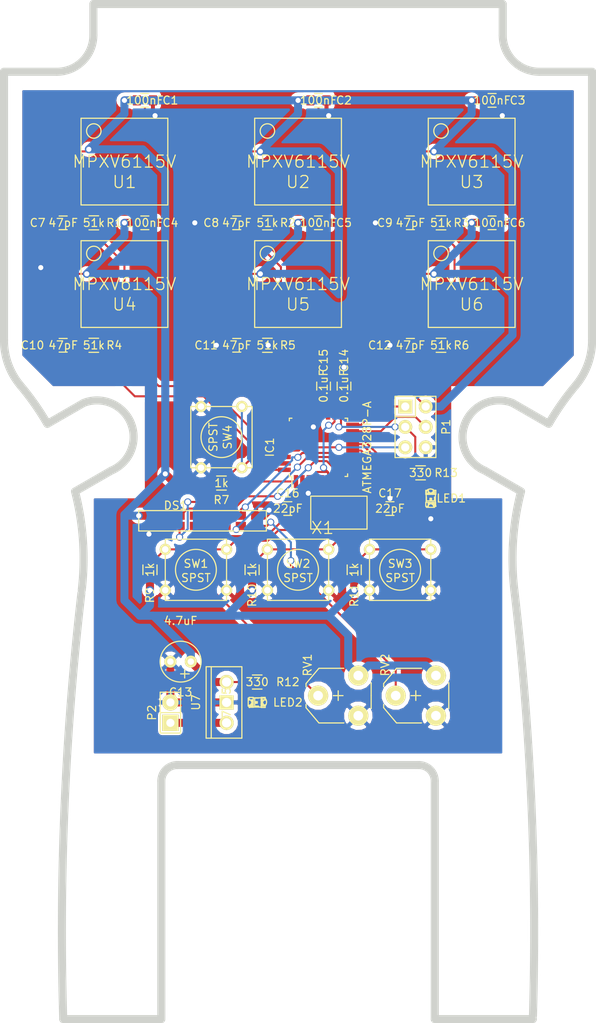
<source format=kicad_pcb>
(kicad_pcb (version 4) (host pcbnew 0.201501062116+5355~20~ubuntu14.04.1-product)
  (layers (0 F.Cu signal) (31 B.Cu signal) (34 B.Paste user) (35 F.Paste user) (36 B.SilkS user) (37 F.SilkS user) (38 B.Mask user) (39 F.Mask user) (44 Edge.Cuts user))
  (net 0 "")
  (net 1 +5V)
  (net 2 GND)
  (net 3 S1)
  (net 4 S2)
  (net 5 S3)
  (net 6 S4)
  (net 7 S5)
  (net 8 S6)
  (net 9 "Net-(C16-Pad2)")
  (net 10 "Net-(C17-Pad2)")
  (net 11 LCD_RS)
  (net 12 LCD_RW)
  (net 13 LCD_E)
  (net 14 LCD_DB4)
  (net 15 LCD_DB5)
  (net 16 LCD_DB6)
  (net 17 LCD_DB7)
  (net 18 B0)
  (net 19 B1)
  (net 20 B2)
  (net 21 /MOSI)
  (net 22 /MISO)
  (net 23 /SCK)
  (net 24 "Net-(IC1-Pad19)")
  (net 25 "Net-(IC1-Pad22)")
  (net 26 /RESET)
  (net 27 "Net-(IC1-Pad30)")
  (net 28 "Net-(U1-Pad6)")
  (net 29 "Net-(U1-Pad7)")
  (net 30 "Net-(U1-Pad8)")
  (net 31 "Net-(U1-Pad5)")
  (net 32 "Net-(U1-Pad1)")
  (net 33 "Net-(U2-Pad6)")
  (net 34 "Net-(U2-Pad7)")
  (net 35 "Net-(U2-Pad8)")
  (net 36 "Net-(U2-Pad5)")
  (net 37 "Net-(U2-Pad1)")
  (net 38 "Net-(U3-Pad6)")
  (net 39 "Net-(U3-Pad7)")
  (net 40 "Net-(U3-Pad8)")
  (net 41 "Net-(U3-Pad5)")
  (net 42 "Net-(U3-Pad1)")
  (net 43 "Net-(U4-Pad6)")
  (net 44 "Net-(U4-Pad7)")
  (net 45 "Net-(U4-Pad8)")
  (net 46 "Net-(U4-Pad5)")
  (net 47 "Net-(U4-Pad1)")
  (net 48 "Net-(U5-Pad6)")
  (net 49 "Net-(U5-Pad7)")
  (net 50 "Net-(U5-Pad8)")
  (net 51 "Net-(U5-Pad5)")
  (net 52 "Net-(U5-Pad1)")
  (net 53 "Net-(U6-Pad6)")
  (net 54 "Net-(U6-Pad7)")
  (net 55 "Net-(U6-Pad8)")
  (net 56 "Net-(U6-Pad5)")
  (net 57 "Net-(U6-Pad1)")
  (net 58 +BATT)
  (net 59 "Net-(C15-Pad1)")
  (net 60 "Net-(LED1-Pad1)")
  (net 61 "Net-(LED2-Pad1)")
  (net 62 "Net-(DS1-Pad3)")
  (net 63 "Net-(DS1-Pad15)")
  (net 64 "Net-(DS1-Pad7)")
  (net 65 "Net-(DS1-Pad8)")
  (net 66 "Net-(DS1-Pad9)")
  (net 67 "Net-(DS1-Pad10)")
  (module Capacitors_SMD:C_0805 (layer F.Cu) (at 124.46 68.58 180)
    (fp_text reference C11 (at 3.81 0 180) (layer F.SilkS))
    (fp_text value 47pF (at 0 0 360) (layer F.SilkS))
    (pad 1 smd rect (at -1 0 180) (size 1 1.25) (layers F.Cu F.Paste F.Mask) (net 6 S4))
    (pad 2 smd rect (at 1 0 180) (size 1 1.25) (layers F.Cu F.Paste F.Mask) (net 2 GND))
  )
  (module NQBit_edit:MPXV6115V (layer F.Cu) (at 153.67 60.96)
    (fp_text reference U6 (at 0 2.54) (layer F.SilkS) (effects (font (size 1.5 1.5))))
    (fp_text value MPXV6115V (at 0 0) (layer F.SilkS) (effects (font (size 1.5 1.5))))
    (pad 6 smd rect (at 8.38 1.27) (size 2.54 1.524) (layers F.Cu F.Paste F.Mask) (net 53 "Net-(U6-Pad6)"))
    (pad 7 smd rect (at 8.38 -1.27) (size 2.54 1.524) (layers F.Cu F.Paste F.Mask) (net 54 "Net-(U6-Pad7)"))
    (pad 8 smd rect (at 8.38 -3.81) (size 2.54 1.524) (layers F.Cu F.Paste F.Mask) (net 55 "Net-(U6-Pad8)"))
    (pad 5 smd rect (at 8.38 3.81) (size 2.54 1.524) (layers F.Cu F.Paste F.Mask) (net 56 "Net-(U6-Pad5)"))
    (pad 4 smd rect (at -8.38 3.81) (size 2.54 1.524) (layers F.Cu F.Paste F.Mask) (net 4 S2))
    (pad 3 smd rect (at -8.38 1.27) (size 2.54 1.524) (layers F.Cu F.Paste F.Mask) (net 2 GND))
    (pad 2 smd rect (at -8.38 -1.27) (size 2.54 1.524) (layers F.Cu F.Paste F.Mask) (net 1 +5V))
    (pad 1 smd rect (at -8.38 -3.81) (size 2.54 1.524) (layers F.Cu F.Paste F.Mask) (net 57 "Net-(U6-Pad1)"))
  )
  (module Capacitors_SMD:C_0805 (layer F.Cu) (at 113.03 38.1)
    (fp_text reference C1 (at 3.175 0) (layer F.SilkS))
    (fp_text value 100nF (at 0 0) (layer F.SilkS))
    (pad 1 smd rect (at -1 0) (size 1 1.25) (layers F.Cu F.Paste F.Mask) (net 1 +5V))
    (pad 2 smd rect (at 1 0) (size 1 1.25) (layers F.Cu F.Paste F.Mask) (net 2 GND))
  )
  (module Capacitors_SMD:C_0805 (layer F.Cu) (at 134.62 38.1)
    (fp_text reference C2 (at 3.175 0) (layer F.SilkS))
    (fp_text value 100nF (at 0 0) (layer F.SilkS))
    (pad 1 smd rect (at -1 0) (size 1 1.25) (layers F.Cu F.Paste F.Mask) (net 1 +5V))
    (pad 2 smd rect (at 1 0) (size 1 1.25) (layers F.Cu F.Paste F.Mask) (net 2 GND))
  )
  (module Capacitors_SMD:C_0805 (layer F.Cu) (at 156.21 38.1)
    (fp_text reference C3 (at 3.175 0 180) (layer F.SilkS))
    (fp_text value 100nF (at 0 0) (layer F.SilkS))
    (pad 1 smd rect (at -1 0) (size 1 1.25) (layers F.Cu F.Paste F.Mask) (net 1 +5V))
    (pad 2 smd rect (at 1 0) (size 1 1.25) (layers F.Cu F.Paste F.Mask) (net 2 GND))
  )
  (module Capacitors_SMD:C_0805 (layer F.Cu) (at 113.03 53.34)
    (fp_text reference C4 (at 3.175 0) (layer F.SilkS))
    (fp_text value 100nF (at 0 0) (layer F.SilkS))
    (pad 1 smd rect (at -1 0) (size 1 1.25) (layers F.Cu F.Paste F.Mask) (net 1 +5V))
    (pad 2 smd rect (at 1 0) (size 1 1.25) (layers F.Cu F.Paste F.Mask) (net 2 GND))
  )
  (module Capacitors_SMD:C_0805 (layer F.Cu) (at 134.62 53.34)
    (fp_text reference C5 (at 3.175 0) (layer F.SilkS))
    (fp_text value 100nF (at 0 0) (layer F.SilkS))
    (pad 1 smd rect (at -1 0) (size 1 1.25) (layers F.Cu F.Paste F.Mask) (net 1 +5V))
    (pad 2 smd rect (at 1 0) (size 1 1.25) (layers F.Cu F.Paste F.Mask) (net 2 GND))
  )
  (module Capacitors_SMD:C_0805 (layer F.Cu) (at 156.21 53.34)
    (fp_text reference C6 (at 3.175 0) (layer F.SilkS))
    (fp_text value 100nF (at 0 0) (layer F.SilkS))
    (pad 1 smd rect (at -1 0) (size 1 1.25) (layers F.Cu F.Paste F.Mask) (net 1 +5V))
    (pad 2 smd rect (at 1 0) (size 1 1.25) (layers F.Cu F.Paste F.Mask) (net 2 GND))
  )
  (module Capacitors_SMD:C_0805 (layer F.Cu) (at 124.46 53.34 180)
    (fp_text reference C8 (at 3.175 0 180) (layer F.SilkS))
    (fp_text value 47pF (at 0 0 180) (layer F.SilkS))
    (pad 1 smd rect (at -1 0 180) (size 1 1.25) (layers F.Cu F.Paste F.Mask) (net 5 S3))
    (pad 2 smd rect (at 1 0 180) (size 1 1.25) (layers F.Cu F.Paste F.Mask) (net 2 GND))
  )
  (module Capacitors_SMD:C_0805 (layer F.Cu) (at 146.05 53.34 180)
    (fp_text reference C9 (at 3.175 0 180) (layer F.SilkS))
    (fp_text value 47pF (at 0 0 180) (layer F.SilkS))
    (pad 1 smd rect (at -1 0 180) (size 1 1.25) (layers F.Cu F.Paste F.Mask) (net 3 S1))
    (pad 2 smd rect (at 1 0 180) (size 1 1.25) (layers F.Cu F.Paste F.Mask) (net 2 GND))
  )
  (module Capacitors_SMD:C_0805 (layer F.Cu) (at 102.87 68.58 180)
    (fp_text reference C10 (at 3.81 0 360) (layer F.SilkS))
    (fp_text value 47pF (at 0 0 360) (layer F.SilkS))
    (pad 1 smd rect (at -1 0 180) (size 1 1.25) (layers F.Cu F.Paste F.Mask) (net 8 S6))
    (pad 2 smd rect (at 1 0 180) (size 1 1.25) (layers F.Cu F.Paste F.Mask) (net 2 GND))
  )
  (module Capacitors_SMD:C_0805 (layer F.Cu) (at 146.05 68.58 180)
    (fp_text reference C12 (at 3.81 0 180) (layer F.SilkS))
    (fp_text value 47pF (at 0 0 180) (layer F.SilkS))
    (pad 1 smd rect (at -1 0 180) (size 1 1.25) (layers F.Cu F.Paste F.Mask) (net 4 S2))
    (pad 2 smd rect (at 1 0 180) (size 1 1.25) (layers F.Cu F.Paste F.Mask) (net 2 GND))
  )
  (module Capacitors_SMD:C_0805 (layer F.Cu) (at 137.795 73.66 90)
    (fp_text reference C14 (at 3.175 0 90) (layer F.SilkS))
    (fp_text value 0.1uF (at 0 0 90) (layer F.SilkS))
    (pad 1 smd rect (at -1 0 90) (size 1 1.25) (layers F.Cu F.Paste F.Mask) (net 1 +5V))
    (pad 2 smd rect (at 1 0 90) (size 1 1.25) (layers F.Cu F.Paste F.Mask) (net 2 GND))
  )
  (module Capacitors_SMD:C_0805 (layer F.Cu) (at 135.255 73.66 90)
    (fp_text reference C15 (at 3.175 0 90) (layer F.SilkS))
    (fp_text value 0.1uF (at 0 0 90) (layer F.SilkS))
    (pad 1 smd rect (at -1 0 90) (size 1 1.25) (layers F.Cu F.Paste F.Mask) (net 59 "Net-(C15-Pad1)"))
    (pad 2 smd rect (at 1 0 90) (size 1 1.25) (layers F.Cu F.Paste F.Mask) (net 2 GND))
  )
  (module Capacitors_SMD:C_0805 (layer F.Cu) (at 130.81 88.9)
    (fp_text reference C16 (at 0 -1.905) (layer F.SilkS))
    (fp_text value 22pF (at 0 0) (layer F.SilkS))
    (pad 1 smd rect (at -1 0) (size 1 1.25) (layers F.Cu F.Paste F.Mask) (net 2 GND))
    (pad 2 smd rect (at 1 0) (size 1 1.25) (layers F.Cu F.Paste F.Mask) (net 9 "Net-(C16-Pad2)"))
  )
  (module Capacitors_SMD:C_0805 (layer F.Cu) (at 143.51 88.9 180)
    (fp_text reference C17 (at 0 1.905 180) (layer F.SilkS))
    (fp_text value 22pF (at 0 0 180) (layer F.SilkS))
    (pad 1 smd rect (at -1 0 180) (size 1 1.25) (layers F.Cu F.Paste F.Mask) (net 2 GND))
    (pad 2 smd rect (at 1 0 180) (size 1 1.25) (layers F.Cu F.Paste F.Mask) (net 10 "Net-(C17-Pad2)"))
  )
  (module LEDs:LED-0805 (layer F.Cu) (at 148.59 87.63 270)
    (fp_text reference LED1 (at 0 -2.54 360) (layer F.SilkS))
    (fp_text value LED (at 0 0 270) (layer F.SilkS))
    (pad 1 smd rect (at -1.04902 0 270) (size 1.19888 1.19888) (layers F.Cu F.Paste F.Mask) (net 60 "Net-(LED1-Pad1)"))
    (pad 2 smd rect (at 1.04902 0 270) (size 1.19888 1.19888) (layers F.Cu F.Paste F.Mask) (net 2 GND))
  )
  (module Housings_QFP:TQFP-32_7x7mm_Pitch0.8mm (layer F.Cu) (at 134.62 81.28 90)
    (fp_text reference IC1 (at 0 -6.05 90) (layer F.SilkS))
    (fp_text value ATMEGA328P-A (at 0 6.05 90) (layer F.SilkS))
    (pad 1 smd rect (at -4.25 -2.8 90) (size 1.6 0.55) (layers F.Cu F.Paste F.Mask) (net 13 LCD_E))
    (pad 2 smd rect (at -4.25 -2 90) (size 1.6 0.55) (layers F.Cu F.Paste F.Mask) (net 14 LCD_DB4))
    (pad 3 smd rect (at -4.25 -1.2 90) (size 1.6 0.55) (layers F.Cu F.Paste F.Mask) (net 2 GND))
    (pad 4 smd rect (at -4.25 -0.4 90) (size 1.6 0.55) (layers F.Cu F.Paste F.Mask) (net 1 +5V))
    (pad 5 smd rect (at -4.25 0.4 90) (size 1.6 0.55) (layers F.Cu F.Paste F.Mask) (net 2 GND))
    (pad 6 smd rect (at -4.25 1.2 90) (size 1.6 0.55) (layers F.Cu F.Paste F.Mask) (net 1 +5V))
    (pad 7 smd rect (at -4.25 2 90) (size 1.6 0.55) (layers F.Cu F.Paste F.Mask) (net 9 "Net-(C16-Pad2)"))
    (pad 8 smd rect (at -4.25 2.8 90) (size 1.6 0.55) (layers F.Cu F.Paste F.Mask) (net 10 "Net-(C17-Pad2)"))
    (pad 9 smd rect (at -2.8 4.25 180) (size 1.6 0.55) (layers F.Cu F.Paste F.Mask) (net 15 LCD_DB5))
    (pad 10 smd rect (at -2 4.25 180) (size 1.6 0.55) (layers F.Cu F.Paste F.Mask) (net 16 LCD_DB6))
    (pad 11 smd rect (at -1.2 4.25 180) (size 1.6 0.55) (layers F.Cu F.Paste F.Mask) (net 17 LCD_DB7))
    (pad 12 smd rect (at -0.4 4.25 180) (size 1.6 0.55) (layers F.Cu F.Paste F.Mask) (net 18 B0))
    (pad 13 smd rect (at 0.4 4.25 180) (size 1.6 0.55) (layers F.Cu F.Paste F.Mask) (net 19 B1))
    (pad 14 smd rect (at 1.2 4.25 180) (size 1.6 0.55) (layers F.Cu F.Paste F.Mask) (net 20 B2))
    (pad 15 smd rect (at 2 4.25 180) (size 1.6 0.55) (layers F.Cu F.Paste F.Mask) (net 21 /MOSI))
    (pad 16 smd rect (at 2.8 4.25 180) (size 1.6 0.55) (layers F.Cu F.Paste F.Mask) (net 22 /MISO))
    (pad 17 smd rect (at 4.25 2.8 90) (size 1.6 0.55) (layers F.Cu F.Paste F.Mask) (net 23 /SCK))
    (pad 18 smd rect (at 4.25 2 90) (size 1.6 0.55) (layers F.Cu F.Paste F.Mask) (net 1 +5V))
    (pad 19 smd rect (at 4.25 1.2 90) (size 1.6 0.55) (layers F.Cu F.Paste F.Mask) (net 24 "Net-(IC1-Pad19)"))
    (pad 20 smd rect (at 4.25 0.4 90) (size 1.6 0.55) (layers F.Cu F.Paste F.Mask) (net 59 "Net-(C15-Pad1)"))
    (pad 21 smd rect (at 4.25 -0.4 90) (size 1.6 0.55) (layers F.Cu F.Paste F.Mask) (net 2 GND))
    (pad 22 smd rect (at 4.25 -1.2 90) (size 1.6 0.55) (layers F.Cu F.Paste F.Mask) (net 25 "Net-(IC1-Pad22)"))
    (pad 23 smd rect (at 4.25 -2 90) (size 1.6 0.55) (layers F.Cu F.Paste F.Mask) (net 3 S1))
    (pad 24 smd rect (at 4.25 -2.8 90) (size 1.6 0.55) (layers F.Cu F.Paste F.Mask) (net 4 S2))
    (pad 25 smd rect (at 2.8 -4.25 180) (size 1.6 0.55) (layers F.Cu F.Paste F.Mask) (net 5 S3))
    (pad 26 smd rect (at 2 -4.25 180) (size 1.6 0.55) (layers F.Cu F.Paste F.Mask) (net 6 S4))
    (pad 27 smd rect (at 1.2 -4.25 180) (size 1.6 0.55) (layers F.Cu F.Paste F.Mask) (net 7 S5))
    (pad 28 smd rect (at 0.4 -4.25 180) (size 1.6 0.55) (layers F.Cu F.Paste F.Mask) (net 8 S6))
    (pad 29 smd rect (at -0.4 -4.25 180) (size 1.6 0.55) (layers F.Cu F.Paste F.Mask) (net 26 /RESET))
    (pad 30 smd rect (at -1.2 -4.25 180) (size 1.6 0.55) (layers F.Cu F.Paste F.Mask) (net 27 "Net-(IC1-Pad30)"))
    (pad 31 smd rect (at -2 -4.25 180) (size 1.6 0.55) (layers F.Cu F.Paste F.Mask) (net 11 LCD_RS))
    (pad 32 smd rect (at -2.8 -4.25 180) (size 1.6 0.55) (layers F.Cu F.Paste F.Mask) (net 12 LCD_RW))
  )
  (module Resistors_SMD:R_0805 (layer F.Cu) (at 106.68 53.34)
    (fp_text reference R1 (at 2.54 0) (layer F.SilkS))
    (fp_text value 51k (at 0 0) (layer F.SilkS))
    (pad 1 smd rect (at -0.95 0) (size 0.7 1.3) (layers F.Cu F.Paste F.Mask) (net 7 S5))
    (pad 2 smd rect (at 0.95 0) (size 0.7 1.3) (layers F.Cu F.Paste F.Mask) (net 2 GND))
  )
  (module Resistors_SMD:R_0805 (layer F.Cu) (at 128.27 53.34)
    (fp_text reference R2 (at 2.54 0) (layer F.SilkS))
    (fp_text value 51k (at 0 0) (layer F.SilkS))
    (pad 1 smd rect (at -0.95 0) (size 0.7 1.3) (layers F.Cu F.Paste F.Mask) (net 5 S3))
    (pad 2 smd rect (at 0.95 0) (size 0.7 1.3) (layers F.Cu F.Paste F.Mask) (net 2 GND))
  )
  (module Resistors_SMD:R_0805 (layer F.Cu) (at 149.86 53.34)
    (fp_text reference R3 (at 2.54 0) (layer F.SilkS))
    (fp_text value 51k (at 0 0) (layer F.SilkS))
    (pad 1 smd rect (at -0.95 0) (size 0.7 1.3) (layers F.Cu F.Paste F.Mask) (net 3 S1))
    (pad 2 smd rect (at 0.95 0) (size 0.7 1.3) (layers F.Cu F.Paste F.Mask) (net 2 GND))
  )
  (module Resistors_SMD:R_0805 (layer F.Cu) (at 106.68 68.58)
    (fp_text reference R4 (at 2.54 0 180) (layer F.SilkS))
    (fp_text value 51k (at 0 0 180) (layer F.SilkS))
    (pad 1 smd rect (at -0.95 0) (size 0.7 1.3) (layers F.Cu F.Paste F.Mask) (net 8 S6))
    (pad 2 smd rect (at 0.95 0) (size 0.7 1.3) (layers F.Cu F.Paste F.Mask) (net 2 GND))
  )
  (module Resistors_SMD:R_0805 (layer F.Cu) (at 128.27 68.58)
    (fp_text reference R5 (at 2.54 0) (layer F.SilkS))
    (fp_text value 51k (at 0 0) (layer F.SilkS))
    (pad 1 smd rect (at -0.95 0) (size 0.7 1.3) (layers F.Cu F.Paste F.Mask) (net 6 S4))
    (pad 2 smd rect (at 0.95 0) (size 0.7 1.3) (layers F.Cu F.Paste F.Mask) (net 2 GND))
  )
  (module Resistors_SMD:R_0805 (layer F.Cu) (at 149.86 68.58)
    (fp_text reference R6 (at 2.54 0) (layer F.SilkS))
    (fp_text value 51k (at 0 0) (layer F.SilkS))
    (pad 1 smd rect (at -0.95 0) (size 0.7 1.3) (layers F.Cu F.Paste F.Mask) (net 4 S2))
    (pad 2 smd rect (at 0.95 0) (size 0.7 1.3) (layers F.Cu F.Paste F.Mask) (net 2 GND))
  )
  (module Resistors_SMD:R_0805 (layer F.Cu) (at 122.555 85.725 180)
    (fp_text reference R7 (at 0 -2.1 180) (layer F.SilkS))
    (fp_text value 1k (at 0 0 180) (layer F.SilkS))
    (pad 1 smd rect (at -0.95 0 180) (size 0.7 1.3) (layers F.Cu F.Paste F.Mask) (net 26 /RESET))
    (pad 2 smd rect (at 0.95 0 180) (size 0.7 1.3) (layers F.Cu F.Paste F.Mask) (net 1 +5V))
  )
  (module Resistors_SMD:R_0805 (layer F.Cu) (at 113.665 96.52 270)
    (fp_text reference R9 (at 3.175 0 270) (layer F.SilkS))
    (fp_text value 1k (at 0 0 270) (layer F.SilkS))
    (pad 1 smd rect (at -0.95 0 270) (size 0.7 1.3) (layers F.Cu F.Paste F.Mask) (net 18 B0))
    (pad 2 smd rect (at 0.95 0 270) (size 0.7 1.3) (layers F.Cu F.Paste F.Mask) (net 1 +5V))
  )
  (module Resistors_SMD:R_0805 (layer F.Cu) (at 126.365 96.52 270)
    (fp_text reference R10 (at 3.175 0 270) (layer F.SilkS))
    (fp_text value 1k (at 0 0 270) (layer F.SilkS))
    (pad 1 smd rect (at -0.95 0 270) (size 0.7 1.3) (layers F.Cu F.Paste F.Mask) (net 19 B1))
    (pad 2 smd rect (at 0.95 0 270) (size 0.7 1.3) (layers F.Cu F.Paste F.Mask) (net 1 +5V))
  )
  (module Discret:SW_PUSH_SMALL (layer F.Cu) (at 119.38 96.52)
    (fp_text reference SW1 (at 0 -0.762) (layer F.SilkS))
    (fp_text value SPST (at 0 1.016) (layer F.SilkS))
    (pad 1 thru_hole circle (at 3.81 -2.54) (size 1.397 1.397) (drill 0.8128) (layers *.Cu *.Mask F.SilkS) (net 18 B0))
    (pad 2 thru_hole circle (at 3.81 2.54) (size 1.397 1.397) (drill 0.8128) (layers *.Cu *.Mask F.SilkS) (net 2 GND))
    (pad 1 thru_hole circle (at -3.81 -2.54) (size 1.397 1.397) (drill 0.8128) (layers *.Cu *.Mask F.SilkS) (net 18 B0))
    (pad 2 thru_hole circle (at -3.81 2.54) (size 1.397 1.397) (drill 0.8128) (layers *.Cu *.Mask F.SilkS) (net 2 GND))
  )
  (module Discret:SW_PUSH_SMALL (layer F.Cu) (at 132.08 96.52)
    (fp_text reference SW2 (at 0 -0.762) (layer F.SilkS))
    (fp_text value SPST (at 0 1.016) (layer F.SilkS))
    (pad 1 thru_hole circle (at 3.81 -2.54) (size 1.397 1.397) (drill 0.8128) (layers *.Cu *.Mask F.SilkS) (net 19 B1))
    (pad 2 thru_hole circle (at 3.81 2.54) (size 1.397 1.397) (drill 0.8128) (layers *.Cu *.Mask F.SilkS) (net 2 GND))
    (pad 1 thru_hole circle (at -3.81 -2.54) (size 1.397 1.397) (drill 0.8128) (layers *.Cu *.Mask F.SilkS) (net 19 B1))
    (pad 2 thru_hole circle (at -3.81 2.54) (size 1.397 1.397) (drill 0.8128) (layers *.Cu *.Mask F.SilkS) (net 2 GND))
  )
  (module Discret:SW_PUSH_SMALL (layer F.Cu) (at 144.78 96.52)
    (fp_text reference SW3 (at 0 -0.762) (layer F.SilkS))
    (fp_text value SPST (at 0 1.016) (layer F.SilkS))
    (pad 1 thru_hole circle (at 3.81 -2.54) (size 1.397 1.397) (drill 0.8128) (layers *.Cu *.Mask F.SilkS) (net 20 B2))
    (pad 2 thru_hole circle (at 3.81 2.54) (size 1.397 1.397) (drill 0.8128) (layers *.Cu *.Mask F.SilkS) (net 2 GND))
    (pad 1 thru_hole circle (at -3.81 -2.54) (size 1.397 1.397) (drill 0.8128) (layers *.Cu *.Mask F.SilkS) (net 20 B2))
    (pad 2 thru_hole circle (at -3.81 2.54) (size 1.397 1.397) (drill 0.8128) (layers *.Cu *.Mask F.SilkS) (net 2 GND))
  )
  (module Discret:SW_PUSH_SMALL (layer F.Cu) (at 122.555 80.01 270)
    (fp_text reference SW4 (at 0 -0.762 270) (layer F.SilkS))
    (fp_text value SPST (at 0 1.016 270) (layer F.SilkS))
    (pad 1 thru_hole circle (at 3.81 -2.54 270) (size 1.397 1.397) (drill 0.8128) (layers *.Cu *.Mask F.SilkS) (net 26 /RESET))
    (pad 2 thru_hole circle (at 3.81 2.54 270) (size 1.397 1.397) (drill 0.8128) (layers *.Cu *.Mask F.SilkS) (net 2 GND))
    (pad 1 thru_hole circle (at -3.81 -2.54 270) (size 1.397 1.397) (drill 0.8128) (layers *.Cu *.Mask F.SilkS) (net 26 /RESET))
    (pad 2 thru_hole circle (at -3.81 2.54 270) (size 1.397 1.397) (drill 0.8128) (layers *.Cu *.Mask F.SilkS) (net 2 GND))
  )
  (module NQBit_edit:MPXV6115V (layer F.Cu) (at 110.49 45.72)
    (fp_text reference U1 (at 0 2.54) (layer F.SilkS) (effects (font (size 1.5 1.5))))
    (fp_text value MPXV6115V (at 0 0) (layer F.SilkS) (effects (font (size 1.5 1.5))))
    (pad 6 smd rect (at 8.38 1.27) (size 2.54 1.524) (layers F.Cu F.Paste F.Mask) (net 28 "Net-(U1-Pad6)"))
    (pad 7 smd rect (at 8.38 -1.27) (size 2.54 1.524) (layers F.Cu F.Paste F.Mask) (net 29 "Net-(U1-Pad7)"))
    (pad 8 smd rect (at 8.38 -3.81) (size 2.54 1.524) (layers F.Cu F.Paste F.Mask) (net 30 "Net-(U1-Pad8)"))
    (pad 5 smd rect (at 8.38 3.81) (size 2.54 1.524) (layers F.Cu F.Paste F.Mask) (net 31 "Net-(U1-Pad5)"))
    (pad 4 smd rect (at -8.38 3.81) (size 2.54 1.524) (layers F.Cu F.Paste F.Mask) (net 7 S5))
    (pad 3 smd rect (at -8.38 1.27) (size 2.54 1.524) (layers F.Cu F.Paste F.Mask) (net 2 GND))
    (pad 2 smd rect (at -8.38 -1.27) (size 2.54 1.524) (layers F.Cu F.Paste F.Mask) (net 1 +5V))
    (pad 1 smd rect (at -8.38 -3.81) (size 2.54 1.524) (layers F.Cu F.Paste F.Mask) (net 32 "Net-(U1-Pad1)"))
  )
  (module NQBit_edit:MPXV6115V (layer F.Cu) (at 132.08 45.72)
    (fp_text reference U2 (at 0 2.54) (layer F.SilkS) (effects (font (size 1.5 1.5))))
    (fp_text value MPXV6115V (at 0 0) (layer F.SilkS) (effects (font (size 1.5 1.5))))
    (pad 6 smd rect (at 8.38 1.27) (size 2.54 1.524) (layers F.Cu F.Paste F.Mask) (net 33 "Net-(U2-Pad6)"))
    (pad 7 smd rect (at 8.38 -1.27) (size 2.54 1.524) (layers F.Cu F.Paste F.Mask) (net 34 "Net-(U2-Pad7)"))
    (pad 8 smd rect (at 8.38 -3.81) (size 2.54 1.524) (layers F.Cu F.Paste F.Mask) (net 35 "Net-(U2-Pad8)"))
    (pad 5 smd rect (at 8.38 3.81) (size 2.54 1.524) (layers F.Cu F.Paste F.Mask) (net 36 "Net-(U2-Pad5)"))
    (pad 4 smd rect (at -8.38 3.81) (size 2.54 1.524) (layers F.Cu F.Paste F.Mask) (net 5 S3))
    (pad 3 smd rect (at -8.38 1.27) (size 2.54 1.524) (layers F.Cu F.Paste F.Mask) (net 2 GND))
    (pad 2 smd rect (at -8.38 -1.27) (size 2.54 1.524) (layers F.Cu F.Paste F.Mask) (net 1 +5V))
    (pad 1 smd rect (at -8.38 -3.81) (size 2.54 1.524) (layers F.Cu F.Paste F.Mask) (net 37 "Net-(U2-Pad1)"))
  )
  (module NQBit_edit:MPXV6115V (layer F.Cu) (at 153.67 45.72)
    (fp_text reference U3 (at 0 2.54) (layer F.SilkS) (effects (font (size 1.5 1.5))))
    (fp_text value MPXV6115V (at 0 0) (layer F.SilkS) (effects (font (size 1.5 1.5))))
    (pad 6 smd rect (at 8.38 1.27) (size 2.54 1.524) (layers F.Cu F.Paste F.Mask) (net 38 "Net-(U3-Pad6)"))
    (pad 7 smd rect (at 8.38 -1.27) (size 2.54 1.524) (layers F.Cu F.Paste F.Mask) (net 39 "Net-(U3-Pad7)"))
    (pad 8 smd rect (at 8.38 -3.81) (size 2.54 1.524) (layers F.Cu F.Paste F.Mask) (net 40 "Net-(U3-Pad8)"))
    (pad 5 smd rect (at 8.38 3.81) (size 2.54 1.524) (layers F.Cu F.Paste F.Mask) (net 41 "Net-(U3-Pad5)"))
    (pad 4 smd rect (at -8.38 3.81) (size 2.54 1.524) (layers F.Cu F.Paste F.Mask) (net 3 S1))
    (pad 3 smd rect (at -8.38 1.27) (size 2.54 1.524) (layers F.Cu F.Paste F.Mask) (net 2 GND))
    (pad 2 smd rect (at -8.38 -1.27) (size 2.54 1.524) (layers F.Cu F.Paste F.Mask) (net 1 +5V))
    (pad 1 smd rect (at -8.38 -3.81) (size 2.54 1.524) (layers F.Cu F.Paste F.Mask) (net 42 "Net-(U3-Pad1)"))
  )
  (module NQBit_edit:MPXV6115V (layer F.Cu) (at 110.49 60.96)
    (fp_text reference U4 (at 0 2.54) (layer F.SilkS) (effects (font (size 1.5 1.5))))
    (fp_text value MPXV6115V (at 0 0) (layer F.SilkS) (effects (font (size 1.5 1.5))))
    (pad 6 smd rect (at 8.38 1.27) (size 2.54 1.524) (layers F.Cu F.Paste F.Mask) (net 43 "Net-(U4-Pad6)"))
    (pad 7 smd rect (at 8.38 -1.27) (size 2.54 1.524) (layers F.Cu F.Paste F.Mask) (net 44 "Net-(U4-Pad7)"))
    (pad 8 smd rect (at 8.38 -3.81) (size 2.54 1.524) (layers F.Cu F.Paste F.Mask) (net 45 "Net-(U4-Pad8)"))
    (pad 5 smd rect (at 8.38 3.81) (size 2.54 1.524) (layers F.Cu F.Paste F.Mask) (net 46 "Net-(U4-Pad5)"))
    (pad 4 smd rect (at -8.38 3.81) (size 2.54 1.524) (layers F.Cu F.Paste F.Mask) (net 8 S6))
    (pad 3 smd rect (at -8.38 1.27) (size 2.54 1.524) (layers F.Cu F.Paste F.Mask) (net 2 GND))
    (pad 2 smd rect (at -8.38 -1.27) (size 2.54 1.524) (layers F.Cu F.Paste F.Mask) (net 1 +5V))
    (pad 1 smd rect (at -8.38 -3.81) (size 2.54 1.524) (layers F.Cu F.Paste F.Mask) (net 47 "Net-(U4-Pad1)"))
  )
  (module NQBit_edit:MPXV6115V (layer F.Cu) (at 132.08 60.96)
    (fp_text reference U5 (at 0 2.54) (layer F.SilkS) (effects (font (size 1.5 1.5))))
    (fp_text value MPXV6115V (at 0 0) (layer F.SilkS) (effects (font (size 1.5 1.5))))
    (pad 6 smd rect (at 8.38 1.27) (size 2.54 1.524) (layers F.Cu F.Paste F.Mask) (net 48 "Net-(U5-Pad6)"))
    (pad 7 smd rect (at 8.38 -1.27) (size 2.54 1.524) (layers F.Cu F.Paste F.Mask) (net 49 "Net-(U5-Pad7)"))
    (pad 8 smd rect (at 8.38 -3.81) (size 2.54 1.524) (layers F.Cu F.Paste F.Mask) (net 50 "Net-(U5-Pad8)"))
    (pad 5 smd rect (at 8.38 3.81) (size 2.54 1.524) (layers F.Cu F.Paste F.Mask) (net 51 "Net-(U5-Pad5)"))
    (pad 4 smd rect (at -8.38 3.81) (size 2.54 1.524) (layers F.Cu F.Paste F.Mask) (net 6 S4))
    (pad 3 smd rect (at -8.38 1.27) (size 2.54 1.524) (layers F.Cu F.Paste F.Mask) (net 2 GND))
    (pad 2 smd rect (at -8.38 -1.27) (size 2.54 1.524) (layers F.Cu F.Paste F.Mask) (net 1 +5V))
    (pad 1 smd rect (at -8.38 -3.81) (size 2.54 1.524) (layers F.Cu F.Paste F.Mask) (net 52 "Net-(U5-Pad1)"))
  )
  (module Resistors_SMD:R_0805 (layer F.Cu) (at 139.065 96.52 270)
    (fp_text reference R11 (at 3.175 0 270) (layer F.SilkS))
    (fp_text value 1k (at 0 0 270) (layer F.SilkS))
    (pad 1 smd rect (at -0.95 0 270) (size 0.7 1.3) (layers F.Cu F.Paste F.Mask) (net 20 B2))
    (pad 2 smd rect (at 0.95 0 270) (size 0.7 1.3) (layers F.Cu F.Paste F.Mask) (net 1 +5V))
  )
  (module Resistors_SMD:R_0805 (layer F.Cu) (at 147.32 84.455 180)
    (fp_text reference R13 (at -3.175 0 180) (layer F.SilkS))
    (fp_text value 330 (at 0 0 180) (layer F.SilkS))
    (pad 1 smd rect (at -0.95 0 180) (size 0.7 1.3) (layers F.Cu F.Paste F.Mask) (net 60 "Net-(LED1-Pad1)"))
    (pad 2 smd rect (at 0.95 0 180) (size 0.7 1.3) (layers F.Cu F.Paste F.Mask) (net 23 /SCK))
  )
  (module LEDs:LED-0805 (layer F.Cu) (at 127 113.03 180)
    (fp_text reference LED2 (at -3.81 0 180) (layer F.SilkS))
    (fp_text value LED (at 0 0 180) (layer F.SilkS))
    (pad 1 smd rect (at -1.04902 0 180) (size 1.19888 1.19888) (layers F.Cu F.Paste F.Mask) (net 61 "Net-(LED2-Pad1)"))
    (pad 2 smd rect (at 1.04902 0 180) (size 1.19888 1.19888) (layers F.Cu F.Paste F.Mask) (net 2 GND))
  )
  (module Resistors_SMD:R_0805 (layer F.Cu) (at 127 110.49 180)
    (fp_text reference R12 (at -3.81 0 180) (layer F.SilkS))
    (fp_text value 330 (at 0 0 180) (layer F.SilkS))
    (pad 1 smd rect (at -0.95 0 180) (size 0.7 1.3) (layers F.Cu F.Paste F.Mask) (net 61 "Net-(LED2-Pad1)"))
    (pad 2 smd rect (at 0.95 0 180) (size 0.7 1.3) (layers F.Cu F.Paste F.Mask) (net 1 +5V))
  )
  (module Pin_Headers:Pin_Header_Straight_2x03 (layer F.Cu) (at 146.685 78.74 270)
    (fp_text reference P1 (at 0 -3.81 270) (layer F.SilkS))
    (fp_text value CONN_02X03 hide)
    (pad 1 thru_hole rect (at -2.54 1.27 270) (size 1.7272 1.7272) (drill 1.016) (layers *.Cu *.Mask F.SilkS) (net 22 /MISO))
    (pad 2 thru_hole oval (at -2.54 -1.27 270) (size 1.7272 1.7272) (drill 1.016) (layers *.Cu *.Mask F.SilkS) (net 1 +5V))
    (pad 3 thru_hole oval (at 0 1.27 270) (size 1.7272 1.7272) (drill 1.016) (layers *.Cu *.Mask F.SilkS) (net 23 /SCK))
    (pad 4 thru_hole oval (at 0 -1.27 270) (size 1.7272 1.7272) (drill 1.016) (layers *.Cu *.Mask F.SilkS) (net 21 /MOSI))
    (pad 5 thru_hole oval (at 2.54 1.27 270) (size 1.7272 1.7272) (drill 1.016) (layers *.Cu *.Mask F.SilkS) (net 26 /RESET))
    (pad 6 thru_hole oval (at 2.54 -1.27 270) (size 1.7272 1.7272) (drill 1.016) (layers *.Cu *.Mask F.SilkS) (net 2 GND))
  )
  (module Capacitors_SMD:C_0805 (layer F.Cu) (at 102.87 53.34 180)
    (fp_text reference C7 (at 3.175 0 180) (layer F.SilkS))
    (fp_text value 47pF (at 0 0 180) (layer F.SilkS))
    (pad 1 smd rect (at -1 0 180) (size 1 1.25) (layers F.Cu F.Paste F.Mask) (net 7 S5))
    (pad 2 smd rect (at 1 0 180) (size 1 1.25) (layers F.Cu F.Paste F.Mask) (net 2 GND))
  )
  (module Capacitors_Elko_ThroughHole:Elko_vert_11x5mm_RM2.5 (layer F.Cu) (at 118.745 107.95 180)
    (fp_text reference C13 (at 1.27 -3.81 180) (layer F.SilkS))
    (fp_text value 4.7uF (at 1.27 5.08 180) (layer F.SilkS))
    (fp_line (start 0.2032 -1.524) (end 1.27 -1.524) (layer F.Cu) (width 0.15))
    (fp_line (start 0.762 -2.032) (end 0.762 -0.9906) (layer F.Cu) (width 0.15))
    (pad 2 thru_hole circle (at 2.54 0 180) (size 1.50114 1.50114) (drill 0.8001) (layers *.Cu *.Mask F.SilkS) (net 2 GND))
    (pad 1 thru_hole circle (at 0 0 180) (size 1.50114 1.50114) (drill 0.8001) (layers *.Cu *.Mask F.SilkS) (net 1 +5V))
  )
  (module Pin_Headers:Pin_Header_Straight_1x02 (layer F.Cu) (at 116.205 114.3 90)
    (fp_text reference P2 (at 0 -2.286 90) (layer F.SilkS))
    (fp_text value CONN_01X02 hide)
    (pad 1 thru_hole rect (at -1.27 0 90) (size 2.032 2.032) (drill 1.016) (layers *.Cu *.Mask F.SilkS) (net 58 +BATT))
    (pad 2 thru_hole oval (at 1.27 0 90) (size 2.032 2.032) (drill 1.016) (layers *.Cu *.Mask F.SilkS) (net 2 GND))
  )
  (module Discret:LM78XXV (layer F.Cu) (at 123.19 113.03 180)
    (fp_text reference U7 (at 3.81 0 270) (layer F.SilkS))
    (fp_text value 7805 (at 0 0 270) (layer F.SilkS))
    (pad VI thru_hole circle (at 0 -2.54 180) (size 1.778 1.778) (drill 1.143) (layers *.Cu *.Mask F.SilkS) (net 58 +BATT))
    (pad GND thru_hole rect (at 0 0 180) (size 1.778 1.778) (drill 1.143) (layers *.Cu *.Mask F.SilkS) (net 2 GND))
    (pad VO thru_hole circle (at 0 2.54 180) (size 1.778 1.778) (drill 1.143) (layers *.Cu *.Mask F.SilkS) (net 1 +5V))
  )
  (module Potentiometers:Potentiometer_VishaySpectrol-Econtrim-Type36M (layer F.Cu) (at 139.573 114.681 90)
    (fp_text reference RV1 (at 6.30936 -6.30936 90) (layer F.SilkS))
    (fp_text value 10k hide)
    (pad 2 thru_hole circle (at 2.49936 -4.99872 90) (size 2.49936 2.49936) (drill 1.19888) (layers *.Cu *.Mask F.SilkS) (net 62 "Net-(DS1-Pad3)"))
    (pad 3 thru_hole circle (at 4.99872 0 90) (size 2.49936 2.49936) (drill 1.19888) (layers *.Cu *.Mask F.SilkS) (net 1 +5V))
    (pad 1 thru_hole circle (at 0 0 90) (size 2.49936 2.49936) (drill 1.19888) (layers *.Cu *.Mask F.SilkS) (net 2 GND))
  )
  (module Potentiometers:Potentiometer_VishaySpectrol-Econtrim-Type36M (layer F.Cu) (at 149.225 114.681 90)
    (fp_text reference RV2 (at 6.30936 -6.30936 90) (layer F.SilkS))
    (fp_text value 10k hide)
    (pad 2 thru_hole circle (at 2.49936 -4.99872 90) (size 2.49936 2.49936) (drill 1.19888) (layers *.Cu *.Mask F.SilkS) (net 63 "Net-(DS1-Pad15)"))
    (pad 3 thru_hole circle (at 4.99872 0 90) (size 2.49936 2.49936) (drill 1.19888) (layers *.Cu *.Mask F.SilkS) (net 1 +5V))
    (pad 1 thru_hole circle (at 0 0 90) (size 2.49936 2.49936) (drill 1.19888) (layers *.Cu *.Mask F.SilkS) (net 2 GND))
  )
  (module Connect:GS_8x2 (layer F.Cu) (at 119.888 90.424)
    (fp_text reference DS1 (at -3.048 -1.905) (layer F.SilkS))
    (fp_text value LCD-016N002L hide)
    (pad 1 smd rect (at -6.35 0.635) (size 1.27 1.016) (layers F.Cu F.Paste F.Mask) (net 2 GND))
    (pad 2 smd rect (at -6.35 -0.635) (size 1.27 1.016) (layers F.Cu F.Paste F.Mask) (net 1 +5V))
    (pad 3 smd rect (at -4.445 0.635) (size 1.27 1.016) (layers F.Cu F.Paste F.Mask) (net 62 "Net-(DS1-Pad3)"))
    (pad 4 smd rect (at -4.445 -0.635) (size 1.27 1.016) (layers F.Cu F.Paste F.Mask) (net 11 LCD_RS))
    (pad 5 smd rect (at -2.54 0.635) (size 1.27 1.016) (layers F.Cu F.Paste F.Mask) (net 12 LCD_RW))
    (pad 6 smd rect (at -2.54 -0.635) (size 1.27 1.016) (layers F.Cu F.Paste F.Mask) (net 13 LCD_E))
    (pad 7 smd rect (at -0.635 0.635) (size 1.27 1.016) (layers F.Cu F.Paste F.Mask) (net 64 "Net-(DS1-Pad7)"))
    (pad 8 smd rect (at -0.635 -0.635) (size 1.27 1.016) (layers F.Cu F.Paste F.Mask) (net 65 "Net-(DS1-Pad8)"))
    (pad 9 smd rect (at 1.27 0.635) (size 1.27 1.016) (layers F.Cu F.Paste F.Mask) (net 66 "Net-(DS1-Pad9)"))
    (pad 10 smd rect (at 1.27 -0.635) (size 1.27 1.016) (layers F.Cu F.Paste F.Mask) (net 67 "Net-(DS1-Pad10)"))
    (pad 11 smd rect (at 3.175 0.635) (size 1.27 1.016) (layers F.Cu F.Paste F.Mask) (net 14 LCD_DB4))
    (pad 12 smd rect (at 3.175 -0.635) (size 1.27 1.016) (layers F.Cu F.Paste F.Mask) (net 15 LCD_DB5))
    (pad 13 smd rect (at 5.08 0.635) (size 1.27 1.016) (layers F.Cu F.Paste F.Mask) (net 16 LCD_DB6))
    (pad 14 smd rect (at 5.08 -0.635) (size 1.27 1.016) (layers F.Cu F.Paste F.Mask) (net 17 LCD_DB7))
    (pad 15 smd rect (at 6.985 0.635) (size 1.27 1.016) (layers F.Cu F.Paste F.Mask) (net 63 "Net-(DS1-Pad15)"))
    (pad 16 smd rect (at 6.985 -0.635) (size 1.27 1.016) (layers F.Cu F.Paste F.Mask) (net 2 GND))
  )
  (module NQBit:HC-49USX_SMD (layer F.Cu) (at 137.16 89.408)
    (fp_text reference X1 (at -2.032 1.905) (layer F.SilkS) (effects (font (size 1.5 1.5))))
    (fp_text value CRYSTAL hide)
    (pad 1 smd rect (at 2.75 0) (size 3.5 1.2) (layers F.Cu F.Paste F.Mask) (net 10 "Net-(C17-Pad2)"))
    (pad 2 smd rect (at -2.75 0) (size 3.5 1.2) (layers F.Cu F.Paste F.Mask) (net 9 "Net-(C16-Pad2)"))
  )
  (gr_line (start 106.628 29.99) (end 106.628 26.108) (angle 90) (layer Edge.Cuts) (width 1))
  (gr_arc (start 102.08 29.99) (end 102.08 34.538) (angle -90) (layer Edge.Cuts) (width 1))
  (gr_line (start 95.516 34.538) (end 102.08 34.538) (angle 90) (layer Edge.Cuts) (width 1))
  (gr_line (start 95.516 67.964) (end 95.516 34.538) (angle 90) (layer Edge.Cuts) (width 1))
  (gr_arc (start 104.28 67.964) (end 97.567 73.598) (angle 40) (layer Edge.Cuts) (width 1))
  (gr_arc (start 71.897 95.143) (end 100.905 78.36) (angle -9.9) (layer Edge.Cuts) (width 1))
  (gr_line (start 105.405 75.762) (end 100.905 78.36) (angle 90) (layer Edge.Cuts) (width 1))
  (gr_arc (start 107.08 79.99) (end 108.849 84.18) (angle -178.7) (layer Edge.Cuts) (width 1))
  (gr_line (start 104.349 86.778) (end 108.849 84.18) (angle 90) (layer Edge.Cuts) (width 1))
  (gr_arc (start 71.897 95.143) (end 105.184 99.027) (angle -21.1) (layer Edge.Cuts) (width 1))
  (gr_arc (start 469.13 141.49) (end 102.879 152.442) (angle 8.3) (layer Edge.Cuts) (width 1))
  (gr_line (start 115.077 152.442) (end 102.879 152.442) (angle 90) (layer Edge.Cuts) (width 1))
  (gr_line (start 115.077 122.819) (end 115.077 152.442) (angle 90) (layer Edge.Cuts) (width 1))
  (gr_arc (start 117.077 122.819) (end 117.077 120.819) (angle -90) (layer Edge.Cuts) (width 1))
  (gr_line (start 147.083 120.819) (end 117.077 120.819) (angle 90) (layer Edge.Cuts) (width 1))
  (gr_arc (start 147.083 122.819) (end 149.083 122.819) (angle -90) (layer Edge.Cuts) (width 1))
  (gr_line (start 149.083 152.442) (end 149.083 122.819) (angle 90) (layer Edge.Cuts) (width 1))
  (gr_line (start 161.281 152.442) (end 149.083 152.442) (angle 90) (layer Edge.Cuts) (width 1))
  (gr_arc (start -204.97 141.49) (end 158.976 99.027) (angle 8.3) (layer Edge.Cuts) (width 1))
  (gr_arc (start 192.263 95.143) (end 159.811 86.778) (angle -21.1) (layer Edge.Cuts) (width 1))
  (gr_line (start 155.311 84.18) (end 159.811 86.778) (angle 90) (layer Edge.Cuts) (width 1))
  (gr_arc (start 157.08 79.99) (end 158.755 75.762) (angle -178.7) (layer Edge.Cuts) (width 1))
  (gr_line (start 163.255 78.36) (end 158.755 75.762) (angle 90) (layer Edge.Cuts) (width 1))
  (gr_arc (start 192.263 95.143) (end 166.593 73.598) (angle -9.9) (layer Edge.Cuts) (width 1))
  (gr_arc (start 159.88 67.964) (end 168.644 67.964) (angle 40) (layer Edge.Cuts) (width 1))
  (gr_line (start 168.644 34.538) (end 168.644 67.964) (angle 90) (layer Edge.Cuts) (width 1))
  (gr_line (start 162.08 34.538) (end 168.644 34.538) (angle 90) (layer Edge.Cuts) (width 1))
  (gr_arc (start 162.08 29.99) (end 157.532 29.99) (angle -90) (layer Edge.Cuts) (width 1))
  (gr_line (start 157.532 26.108) (end 157.532 29.99) (angle 90) (layer Edge.Cuts) (width 1))
  (gr_line (start 106.628 26.108) (end 157.532 26.108) (angle 90) (layer Edge.Cuts) (width 1))
  (segment (start 149.225 109.68228) (end 147.975321 108.432601) (width 1) (layer B.Cu) (net 1))
  (segment (start 140.822679 108.432601) (end 139.573 109.68228) (width 1) (layer B.Cu) (net 1))
  (segment (start 147.975321 108.432601) (end 140.822679 108.432601) (width 1) (layer B.Cu) (net 1))
  (segment (start 139.573 109.68228) (end 138.323321 108.432601) (width 1) (layer B.Cu) (net 1))
  (segment (start 138.323321 108.432601) (end 138.323321 104.668321) (width 1) (layer B.Cu) (net 1))
  (segment (start 138.323321 104.668321) (end 135.89 102.235) (width 1) (layer B.Cu) (net 1))
  (segment (start 149.86 76.2) (end 158.75 67.31) (width 1) (layer B.Cu) (net 1))
  (segment (start 158.75 67.31) (end 158.75 62.23) (width 1) (layer B.Cu) (net 1))
  (segment (start 147.955 76.2) (end 149.86 76.2) (width 1) (layer B.Cu) (net 1))
  (segment (start 137.795 74.66) (end 146.415 74.66) (width 0.254) (layer F.Cu) (net 1))
  (segment (start 146.415 74.66) (end 147.955 76.2) (width 0.254) (layer F.Cu) (net 1))
  (segment (start 121.605 85.725) (end 116.713 85.725) (width 1) (layer F.Cu) (net 1))
  (segment (start 116.713 85.725) (end 115.57 84.582) (width 1) (layer F.Cu) (net 1))
  (via (at 115.57 84.582) (size 0.889) (drill 0.635) (layers F.Cu B.Cu) (net 1))
  (segment (start 112.395 102.235) (end 110.49 100.33) (width 1) (layer B.Cu) (net 1))
  (segment (start 110.49 89.662) (end 115.57 84.582) (width 1) (layer B.Cu) (net 1))
  (segment (start 110.49 100.33) (end 110.49 89.662) (width 1) (layer B.Cu) (net 1))
  (segment (start 110.49 53.34) (end 110.49 55.005) (width 1) (layer B.Cu) (net 1))
  (segment (start 110.49 55.005) (end 105.805 59.69) (width 1) (layer B.Cu) (net 1))
  (segment (start 112.03 53.34) (end 110.49 53.34) (width 1) (layer F.Cu) (net 1))
  (via (at 110.49 53.34) (size 0.889) (drill 0.635) (layers F.Cu B.Cu) (net 1))
  (segment (start 132.08 53.34) (end 132.08 55.005) (width 1) (layer B.Cu) (net 1))
  (segment (start 132.08 55.005) (end 127.395 59.69) (width 1) (layer B.Cu) (net 1))
  (segment (start 133.62 53.34) (end 132.08 53.34) (width 1) (layer F.Cu) (net 1))
  (via (at 132.08 53.34) (size 0.889) (drill 0.635) (layers F.Cu B.Cu) (net 1))
  (segment (start 153.67 53.34) (end 153.67 55.005) (width 1) (layer B.Cu) (net 1))
  (segment (start 153.67 55.005) (end 148.985 59.69) (width 1) (layer B.Cu) (net 1))
  (segment (start 155.21 53.34) (end 153.67 53.34) (width 1) (layer F.Cu) (net 1))
  (via (at 153.67 53.34) (size 0.889) (drill 0.635) (layers F.Cu B.Cu) (net 1))
  (segment (start 110.49 38.1) (end 110.49 39.765) (width 1) (layer B.Cu) (net 1))
  (segment (start 110.49 39.765) (end 106.063015 44.191985) (width 1) (layer B.Cu) (net 1))
  (segment (start 112.03 38.1) (end 110.49 38.1) (width 1) (layer F.Cu) (net 1))
  (via (at 110.49 38.1) (size 0.889) (drill 0.635) (layers F.Cu B.Cu) (net 1))
  (segment (start 132.08 38.1) (end 132.08 39.765) (width 1) (layer B.Cu) (net 1))
  (segment (start 132.08 39.765) (end 127.395 44.45) (width 1) (layer B.Cu) (net 1))
  (segment (start 133.62 38.1) (end 132.08 38.1) (width 1) (layer F.Cu) (net 1))
  (via (at 132.08 38.1) (size 0.889) (drill 0.635) (layers F.Cu B.Cu) (net 1))
  (segment (start 153.67 38.1) (end 153.67 39.765) (width 1) (layer B.Cu) (net 1))
  (segment (start 153.67 39.765) (end 148.985 44.45) (width 1) (layer B.Cu) (net 1))
  (segment (start 155.21 38.1) (end 153.67 38.1) (width 1) (layer F.Cu) (net 1))
  (via (at 153.67 38.1) (size 0.889) (drill 0.635) (layers F.Cu B.Cu) (net 1))
  (segment (start 126.05 110.49) (end 123.19 110.49) (width 0.254) (layer F.Cu) (net 1))
  (segment (start 158.75 46.99) (end 158.75 62.23) (width 1) (layer B.Cu) (net 1))
  (segment (start 156.21 59.69) (end 158.75 62.23) (width 1) (layer B.Cu) (net 1))
  (segment (start 148.985 59.69) (end 156.21 59.69) (width 1) (layer B.Cu) (net 1))
  (segment (start 156.21 44.45) (end 158.75 46.99) (width 1) (layer B.Cu) (net 1))
  (segment (start 148.985 44.45) (end 156.21 44.45) (width 1) (layer B.Cu) (net 1))
  (segment (start 115.57 46.99) (end 115.57 62.23) (width 1) (layer B.Cu) (net 1))
  (segment (start 113.03 59.69) (end 115.57 62.23) (width 1) (layer B.Cu) (net 1))
  (segment (start 105.805 59.69) (end 113.03 59.69) (width 1) (layer B.Cu) (net 1))
  (segment (start 112.771985 44.191985) (end 115.57 46.99) (width 1) (layer B.Cu) (net 1))
  (segment (start 106.063015 44.191985) (end 112.771985 44.191985) (width 1) (layer B.Cu) (net 1))
  (segment (start 137.16 46.99) (end 137.16 62.23) (width 1) (layer B.Cu) (net 1))
  (segment (start 134.62 59.69) (end 137.16 62.23) (width 1) (layer B.Cu) (net 1))
  (segment (start 127.395 59.69) (end 134.62 59.69) (width 1) (layer B.Cu) (net 1))
  (segment (start 134.62 44.45) (end 137.16 46.99) (width 1) (layer B.Cu) (net 1))
  (segment (start 127.395 44.45) (end 134.62 44.45) (width 1) (layer B.Cu) (net 1))
  (segment (start 145.29 59.69) (end 148.985 59.69) (width 0.254) (layer F.Cu) (net 1))
  (via (at 148.985 59.69) (size 0.889) (drill 0.635) (layers F.Cu B.Cu) (net 1))
  (segment (start 145.29 44.45) (end 148.985 44.45) (width 0.254) (layer F.Cu) (net 1))
  (via (at 148.985 44.45) (size 0.889) (drill 0.635) (layers F.Cu B.Cu) (net 1))
  (segment (start 123.7 59.69) (end 127.395 59.69) (width 0.254) (layer F.Cu) (net 1))
  (via (at 127.395 59.69) (size 0.889) (drill 0.635) (layers F.Cu B.Cu) (net 1))
  (segment (start 123.7 44.45) (end 127.395 44.45) (width 0.254) (layer F.Cu) (net 1))
  (via (at 127.395 44.45) (size 0.889) (drill 0.635) (layers F.Cu B.Cu) (net 1))
  (segment (start 102.11 59.69) (end 105.805 59.69) (width 0.254) (layer F.Cu) (net 1))
  (via (at 105.805 59.69) (size 0.889) (drill 0.635) (layers F.Cu B.Cu) (net 1))
  (segment (start 155.21 53.465) (end 155.21 53.34) (width 0.254) (layer F.Cu) (net 1))
  (segment (start 155.21 38.225) (end 155.21 38.1) (width 0.254) (layer F.Cu) (net 1))
  (segment (start 133.62 53.465) (end 133.62 53.34) (width 0.254) (layer F.Cu) (net 1))
  (segment (start 133.62 38.225) (end 133.62 38.1) (width 0.254) (layer F.Cu) (net 1))
  (segment (start 102.11 44.45) (end 105.805 44.45) (width 0.254) (layer F.Cu) (net 1))
  (segment (start 112.03 38.225) (end 112.03 38.1) (width 0.254) (layer F.Cu) (net 1))
  (segment (start 112.03 53.465) (end 112.03 53.34) (width 0.254) (layer F.Cu) (net 1))
  (segment (start 102.11 59.69) (end 101.602 59.69) (width 0.254) (layer F.Cu) (net 1))
  (segment (start 145.29 59.69) (end 144.782 59.69) (width 0.254) (layer F.Cu) (net 1))
  (segment (start 144.782 44.45) (end 145.29 44.45) (width 0.254) (layer F.Cu) (net 1))
  (segment (start 101.602 44.45) (end 102.11 44.45) (width 0.254) (layer F.Cu) (net 1))
  (segment (start 123.7 59.69) (end 123.192 59.69) (width 0.254) (layer F.Cu) (net 1))
  (segment (start 123.192 44.45) (end 123.7 44.45) (width 0.254) (layer F.Cu) (net 1))
  (segment (start 102.11 59.69) (end 102.618 59.69) (width 0.254) (layer F.Cu) (net 1))
  (segment (start 123.7 59.69) (end 124.208 59.69) (width 0.254) (layer F.Cu) (net 1))
  (segment (start 145.29 59.69) (end 145.798 59.69) (width 0.254) (layer F.Cu) (net 1))
  (segment (start 145.29 44.45) (end 145.798 44.45) (width 0.254) (layer F.Cu) (net 1))
  (segment (start 123.7 44.45) (end 124.208 44.45) (width 0.254) (layer F.Cu) (net 1))
  (via (at 106.063015 44.191985) (size 0.889) (drill 0.635) (layers F.Cu B.Cu) (net 1))
  (segment (start 105.805 44.45) (end 106.063015 44.191985) (width 0.254) (layer F.Cu) (net 1))
  (segment (start 121.285 110.49) (end 118.745 107.95) (width 1) (layer F.Cu) (net 1))
  (segment (start 123.19 110.49) (end 121.285 110.49) (width 1) (layer F.Cu) (net 1))
  (via (at 113.665 99.06) (size 0.889) (drill 0.635) (layers F.Cu B.Cu) (net 1))
  (segment (start 113.665 99.06) (end 113.665 97.47) (width 1) (layer F.Cu) (net 1))
  (via (at 126.365 99.06) (size 0.889) (drill 0.635) (layers F.Cu B.Cu) (net 1))
  (segment (start 126.365 97.47) (end 126.365 99.06) (width 1) (layer F.Cu) (net 1))
  (via (at 139.065 99.06) (size 0.889) (drill 0.635) (layers F.Cu B.Cu) (net 1))
  (segment (start 139.065 97.47) (end 139.065 99.06) (width 1) (layer F.Cu) (net 1))
  (segment (start 135.89 102.235) (end 139.065 99.06) (width 1) (layer B.Cu) (net 1))
  (segment (start 123.19 102.235) (end 135.89 102.235) (width 1) (layer B.Cu) (net 1))
  (segment (start 126.365 99.06) (end 123.19 102.235) (width 1) (layer B.Cu) (net 1))
  (segment (start 123.19 102.235) (end 112.395 102.235) (width 1) (layer B.Cu) (net 1))
  (segment (start 113.665 100.965) (end 112.395 102.235) (width 1) (layer B.Cu) (net 1))
  (segment (start 113.665 99.06) (end 113.665 100.965) (width 1) (layer B.Cu) (net 1))
  (segment (start 114.091466 102.235) (end 112.395 102.235) (width 1) (layer B.Cu) (net 1))
  (segment (start 118.745 106.888534) (end 114.091466 102.235) (width 1) (layer B.Cu) (net 1))
  (segment (start 118.745 107.95) (end 118.745 106.888534) (width 1) (layer B.Cu) (net 1))
  (segment (start 136.525 76.935) (end 136.62 77.03) (width 0.254) (layer F.Cu) (net 1))
  (segment (start 136.525 76.164198) (end 136.525 76.935) (width 0.254) (layer F.Cu) (net 1))
  (segment (start 137.795 74.894198) (end 136.525 76.164198) (width 0.254) (layer F.Cu) (net 1))
  (segment (start 137.795 74.66) (end 137.795 74.894198) (width 0.254) (layer F.Cu) (net 1))
  (segment (start 115.57 84.582) (end 115.57 62.23) (width 1) (layer B.Cu) (net 1))
  (segment (start 153.67 38.1) (end 132.08 38.1) (width 1) (layer B.Cu) (net 1))
  (segment (start 132.08 38.1) (end 110.49 38.1) (width 1) (layer B.Cu) (net 1))
  (segment (start 135.82 84.476) (end 135.82 85.53) (width 0.254) (layer F.Cu) (net 1))
  (segment (start 134.440199 84.348999) (end 135.692999 84.348999) (width 0.254) (layer F.Cu) (net 1))
  (segment (start 134.22 84.569198) (end 134.440199 84.348999) (width 0.254) (layer F.Cu) (net 1))
  (segment (start 135.692999 84.348999) (end 135.82 84.476) (width 0.254) (layer F.Cu) (net 1))
  (segment (start 134.22 85.53) (end 134.22 84.569198) (width 0.254) (layer F.Cu) (net 1))
  (via (at 135.255 83.82) (size 0.889) (drill 0.635) (layers F.Cu B.Cu) (net 1))
  (segment (start 135.82 84.385) (end 135.255 83.82) (width 0.254) (layer F.Cu) (net 1))
  (segment (start 135.82 85.53) (end 135.82 84.385) (width 0.254) (layer F.Cu) (net 1))
  (via (at 135.89 78.528502) (size 0.889) (drill 0.635) (layers F.Cu B.Cu) (net 1))
  (segment (start 135.255 79.163502) (end 135.89 78.528502) (width 0.254) (layer B.Cu) (net 1))
  (segment (start 135.255 83.82) (end 135.255 79.163502) (width 0.254) (layer B.Cu) (net 1))
  (segment (start 136.62 78.084) (end 136.62 77.03) (width 0.254) (layer F.Cu) (net 1))
  (segment (start 136.175498 78.528502) (end 136.62 78.084) (width 0.254) (layer F.Cu) (net 1))
  (segment (start 135.89 78.528502) (end 136.175498 78.528502) (width 0.254) (layer F.Cu) (net 1))
  (via (at 112.268 89.789) (size 0.889) (drill 0.635) (layers F.Cu B.Cu) (net 1))
  (segment (start 113.538 89.789) (end 112.268 89.789) (width 1) (layer F.Cu) (net 1))
  (segment (start 110.617 89.789) (end 110.49 89.662) (width 1) (layer B.Cu) (net 1))
  (segment (start 112.268 89.789) (end 110.617 89.789) (width 1) (layer B.Cu) (net 1))
  (segment (start 148.59 88.67902) (end 148.59 90.17) (width 1) (layer F.Cu) (net 2))
  (via (at 148.59 90.17) (size 0.889) (drill 0.635) (layers F.Cu B.Cu) (net 2))
  (segment (start 137.795 72.66) (end 137.795 71.31051) (width 0.254) (layer F.Cu) (net 2))
  (via (at 137.795 71.31051) (size 0.889) (drill 0.635) (layers F.Cu B.Cu) (net 2))
  (segment (start 121.221095 53.34) (end 123.46 53.34) (width 1) (layer F.Cu) (net 2))
  (segment (start 123.7 62.23) (end 122.850798 62.23) (width 1) (layer F.Cu) (net 2))
  (segment (start 122.850798 62.23) (end 121.221095 60.600297) (width 1) (layer F.Cu) (net 2))
  (segment (start 121.221095 60.600297) (end 121.221095 53.34) (width 1) (layer F.Cu) (net 2))
  (segment (start 125.95098 113.03) (end 123.19 113.03) (width 0.254) (layer F.Cu) (net 2))
  (segment (start 123.19 113.03) (end 116.205 113.03) (width 1) (layer F.Cu) (net 2))
  (segment (start 150.81 68.58) (end 150.81 67.242) (width 0.254) (layer F.Cu) (net 2))
  (segment (start 150.81 67.242) (end 145.798 62.23) (width 0.254) (layer F.Cu) (net 2))
  (segment (start 145.798 62.23) (end 145.29 62.23) (width 0.254) (layer F.Cu) (net 2))
  (segment (start 145.05 68.58) (end 145.05 67.701) (width 0.254) (layer F.Cu) (net 2))
  (segment (start 145.05 67.701) (end 143.638999 66.289999) (width 0.254) (layer F.Cu) (net 2))
  (segment (start 143.638999 66.289999) (end 143.638999 63.373001) (width 0.254) (layer F.Cu) (net 2))
  (segment (start 143.638999 63.373001) (end 144.782 62.23) (width 0.254) (layer F.Cu) (net 2))
  (segment (start 144.782 62.23) (end 145.29 62.23) (width 0.254) (layer F.Cu) (net 2))
  (segment (start 157.21 53.465) (end 157.21 53.34) (width 0.254) (layer F.Cu) (net 2))
  (segment (start 150.81 53.34) (end 150.81 52.002) (width 0.254) (layer F.Cu) (net 2))
  (segment (start 150.81 52.002) (end 145.798 46.99) (width 0.254) (layer F.Cu) (net 2))
  (segment (start 145.798 46.99) (end 145.29 46.99) (width 0.254) (layer F.Cu) (net 2))
  (segment (start 145.05 53.34) (end 145.05 52.461) (width 0.254) (layer F.Cu) (net 2))
  (segment (start 145.05 52.461) (end 143.638999 51.049999) (width 0.254) (layer F.Cu) (net 2))
  (segment (start 143.638999 51.049999) (end 143.638999 48.133001) (width 0.254) (layer F.Cu) (net 2))
  (segment (start 143.638999 48.133001) (end 144.782 46.99) (width 0.254) (layer F.Cu) (net 2))
  (segment (start 144.782 46.99) (end 145.29 46.99) (width 0.254) (layer F.Cu) (net 2))
  (segment (start 157.21 38.225) (end 157.21 38.1) (width 0.254) (layer F.Cu) (net 2))
  (segment (start 129.22 53.34) (end 129.22 53.04) (width 0.254) (layer F.Cu) (net 2))
  (segment (start 129.22 53.04) (end 129.926001 52.333999) (width 0.254) (layer F.Cu) (net 2))
  (segment (start 129.926001 52.333999) (end 134.738999 52.333999) (width 0.254) (layer F.Cu) (net 2))
  (segment (start 134.738999 52.333999) (end 135.62 53.215) (width 0.254) (layer F.Cu) (net 2))
  (segment (start 135.62 53.215) (end 135.62 53.34) (width 0.254) (layer F.Cu) (net 2))
  (segment (start 129.22 53.34) (end 129.22 52.002) (width 0.254) (layer F.Cu) (net 2))
  (segment (start 129.22 52.002) (end 124.208 46.99) (width 0.254) (layer F.Cu) (net 2))
  (segment (start 124.208 46.99) (end 123.7 46.99) (width 0.254) (layer F.Cu) (net 2))
  (segment (start 123.46 53.34) (end 122.706 53.34) (width 0.254) (layer F.Cu) (net 2))
  (segment (start 122.706 53.34) (end 122.048999 52.682999) (width 0.254) (layer F.Cu) (net 2))
  (segment (start 122.048999 52.682999) (end 122.048999 48.133001) (width 0.254) (layer F.Cu) (net 2))
  (segment (start 123.192 46.99) (end 123.7 46.99) (width 0.254) (layer F.Cu) (net 2))
  (segment (start 122.048999 48.133001) (end 123.192 46.99) (width 0.254) (layer F.Cu) (net 2))
  (segment (start 107.63 53.34) (end 108.234 53.34) (width 0.254) (layer F.Cu) (net 2))
  (segment (start 108.234 53.34) (end 109.240001 52.333999) (width 0.254) (layer F.Cu) (net 2))
  (segment (start 114.03 53.215) (end 114.03 53.34) (width 0.254) (layer F.Cu) (net 2))
  (segment (start 109.240001 52.333999) (end 113.148999 52.333999) (width 0.254) (layer F.Cu) (net 2))
  (segment (start 113.148999 52.333999) (end 114.03 53.215) (width 0.254) (layer F.Cu) (net 2))
  (segment (start 129.22 68.58) (end 129.22 67.242) (width 0.254) (layer F.Cu) (net 2))
  (segment (start 129.22 67.242) (end 124.208 62.23) (width 0.254) (layer F.Cu) (net 2))
  (segment (start 124.208 62.23) (end 123.7 62.23) (width 0.254) (layer F.Cu) (net 2))
  (segment (start 123.7 62.23) (end 123.192 62.23) (width 0.254) (layer F.Cu) (net 2))
  (segment (start 123.192 62.23) (end 122.048999 63.373001) (width 0.254) (layer F.Cu) (net 2))
  (segment (start 122.048999 63.373001) (end 122.048999 66.289999) (width 0.254) (layer F.Cu) (net 2))
  (segment (start 122.048999 66.289999) (end 123.46 67.701) (width 0.254) (layer F.Cu) (net 2))
  (segment (start 123.46 67.701) (end 123.46 68.58) (width 0.254) (layer F.Cu) (net 2))
  (segment (start 135.62 53.465) (end 135.62 53.34) (width 0.254) (layer F.Cu) (net 2))
  (segment (start 135.62 38.225) (end 135.62 38.1) (width 0.254) (layer F.Cu) (net 2))
  (segment (start 114.03 38.225) (end 114.03 38.1) (width 0.254) (layer F.Cu) (net 2))
  (segment (start 101.87 53.34) (end 101.87 52.461) (width 0.254) (layer F.Cu) (net 2))
  (segment (start 101.87 52.461) (end 100.458999 51.049999) (width 0.254) (layer F.Cu) (net 2))
  (segment (start 100.458999 51.049999) (end 100.458999 48.133001) (width 0.254) (layer F.Cu) (net 2))
  (segment (start 100.458999 48.133001) (end 101.602 46.99) (width 0.254) (layer F.Cu) (net 2))
  (segment (start 101.602 46.99) (end 102.11 46.99) (width 0.254) (layer F.Cu) (net 2))
  (segment (start 107.63 53.34) (end 107.63 52.002) (width 0.254) (layer F.Cu) (net 2))
  (segment (start 107.63 52.002) (end 102.618 46.99) (width 0.254) (layer F.Cu) (net 2))
  (segment (start 102.618 46.99) (end 102.11 46.99) (width 0.254) (layer F.Cu) (net 2))
  (segment (start 114.03 53.465) (end 114.03 53.34) (width 0.254) (layer F.Cu) (net 2))
  (segment (start 107.63 67.242) (end 107.63 68.58) (width 0.254) (layer F.Cu) (net 2))
  (segment (start 102.11 62.23) (end 101.602 62.23) (width 0.254) (layer F.Cu) (net 2))
  (segment (start 101.602 62.23) (end 100.458999 63.373001) (width 0.254) (layer F.Cu) (net 2))
  (segment (start 100.458999 63.373001) (end 100.458999 66.289999) (width 0.254) (layer F.Cu) (net 2))
  (segment (start 100.458999 66.289999) (end 101.87 67.701) (width 0.254) (layer F.Cu) (net 2))
  (segment (start 101.87 67.701) (end 101.87 68.58) (width 0.254) (layer F.Cu) (net 2))
  (segment (start 102.11 62.23) (end 102.618 62.23) (width 0.254) (layer F.Cu) (net 2))
  (segment (start 102.618 62.23) (end 107.63 67.242) (width 0.254) (layer F.Cu) (net 2))
  (segment (start 116.205 113.03) (end 116.205 107.95) (width 1) (layer F.Cu) (net 2))
  (segment (start 134.22 73.57) (end 134.22 77.03) (width 0.254) (layer F.Cu) (net 2))
  (segment (start 135.13 72.66) (end 134.22 73.57) (width 0.254) (layer F.Cu) (net 2))
  (segment (start 135.255 72.66) (end 135.13 72.66) (width 0.254) (layer F.Cu) (net 2))
  (segment (start 135.255 72.66) (end 137.795 72.66) (width 0.254) (layer F.Cu) (net 2))
  (via (at 121.92 68.58) (size 0.889) (drill 0.635) (layers F.Cu B.Cu) (net 2))
  (segment (start 123.46 68.58) (end 121.92 68.58) (width 1) (layer F.Cu) (net 2))
  (via (at 128.368502 68.58) (size 0.889) (drill 0.635) (layers F.Cu B.Cu) (net 2))
  (segment (start 129.22 68.58) (end 128.368502 68.58) (width 0.254) (layer F.Cu) (net 2))
  (via (at 143.51 68.58) (size 0.889) (drill 0.635) (layers F.Cu B.Cu) (net 2))
  (segment (start 145.05 68.58) (end 143.51 68.58) (width 0.254) (layer F.Cu) (net 2))
  (via (at 114.3 40.005) (size 0.889) (drill 0.635) (layers F.Cu B.Cu) (net 2))
  (segment (start 114.03 39.735) (end 114.3 40.005) (width 0.254) (layer F.Cu) (net 2))
  (segment (start 114.03 38.1) (end 114.03 39.735) (width 0.254) (layer F.Cu) (net 2))
  (via (at 135.89 40.005) (size 0.889) (drill 0.635) (layers F.Cu B.Cu) (net 2))
  (segment (start 135.62 39.735) (end 135.89 40.005) (width 0.254) (layer F.Cu) (net 2))
  (segment (start 135.62 38.1) (end 135.62 39.735) (width 0.254) (layer F.Cu) (net 2))
  (via (at 157.48 40.005) (size 0.889) (drill 0.635) (layers F.Cu B.Cu) (net 2))
  (segment (start 157.21 39.735) (end 157.48 40.005) (width 0.254) (layer F.Cu) (net 2))
  (segment (start 157.21 38.1) (end 157.21 39.735) (width 0.254) (layer F.Cu) (net 2))
  (via (at 141.70007 53.34) (size 0.889) (drill 0.635) (layers F.Cu B.Cu) (net 2))
  (segment (start 140.866757 53.34) (end 141.70007 53.34) (width 0.254) (layer F.Cu) (net 2))
  (segment (start 135.62 53.34) (end 140.866757 53.34) (width 1) (layer F.Cu) (net 2))
  (via (at 119.241313 53.34) (size 0.889) (drill 0.635) (layers F.Cu B.Cu) (net 2))
  (segment (start 118.655948 53.34) (end 119.241313 53.34) (width 0.254) (layer F.Cu) (net 2))
  (segment (start 114.03 53.34) (end 118.655948 53.34) (width 1) (layer F.Cu) (net 2))
  (segment (start 118.655948 53.34) (end 121.221095 53.34) (width 1) (layer F.Cu) (net 2))
  (segment (start 144.440798 62.23) (end 142.922001 60.711203) (width 1) (layer F.Cu) (net 2))
  (segment (start 142.922001 60.711203) (end 142.922001 53.34) (width 1) (layer F.Cu) (net 2))
  (segment (start 145.29 62.23) (end 144.440798 62.23) (width 1) (layer F.Cu) (net 2))
  (segment (start 142.922001 53.34) (end 145.05 53.34) (width 1) (layer F.Cu) (net 2))
  (segment (start 140.866757 53.34) (end 142.922001 53.34) (width 1) (layer F.Cu) (net 2))
  (segment (start 101.87 53.465) (end 101.87 53.34) (width 1) (layer F.Cu) (net 2))
  (segment (start 100.085999 55.249001) (end 101.87 53.465) (width 1) (layer F.Cu) (net 2))
  (segment (start 101.260798 62.23) (end 100.085999 61.055201) (width 1) (layer F.Cu) (net 2))
  (segment (start 102.11 62.23) (end 101.260798 62.23) (width 1) (layer F.Cu) (net 2))
  (via (at 100.085999 58.911216) (size 0.889) (drill 0.635) (layers F.Cu B.Cu) (net 2))
  (segment (start 100.085999 57.875303) (end 100.085999 58.911216) (width 1) (layer F.Cu) (net 2))
  (segment (start 100.085999 61.055201) (end 100.085999 57.875303) (width 1) (layer F.Cu) (net 2))
  (segment (start 100.085999 57.875303) (end 100.085999 55.249001) (width 1) (layer F.Cu) (net 2))
  (via (at 143.51 87.63) (size 0.889) (drill 0.635) (layers F.Cu B.Cu) (net 2))
  (segment (start 144.51 88.63) (end 143.51 87.63) (width 1) (layer F.Cu) (net 2))
  (segment (start 144.51 88.9) (end 144.51 88.63) (width 1) (layer F.Cu) (net 2))
  (segment (start 133.42 86.584) (end 133.42 85.53) (width 0.254) (layer F.Cu) (net 2))
  (segment (start 133.547001 86.711001) (end 133.42 86.584) (width 0.254) (layer F.Cu) (net 2))
  (segment (start 134.892999 86.711001) (end 133.547001 86.711001) (width 0.254) (layer F.Cu) (net 2))
  (segment (start 135.02 86.584) (end 134.892999 86.711001) (width 0.254) (layer F.Cu) (net 2))
  (segment (start 135.02 85.53) (end 135.02 86.584) (width 0.254) (layer F.Cu) (net 2))
  (via (at 133.985 78.74) (size 0.889) (drill 0.635) (layers F.Cu B.Cu) (net 2))
  (segment (start 134.22 78.505) (end 133.985 78.74) (width 0.254) (layer F.Cu) (net 2))
  (segment (start 134.22 77.03) (end 134.22 78.505) (width 0.254) (layer F.Cu) (net 2))
  (segment (start 155.997 52.002) (end 150.81 52.002) (width 0.254) (layer F.Cu) (net 2))
  (segment (start 157.21 53.215) (end 155.997 52.002) (width 0.254) (layer F.Cu) (net 2))
  (segment (start 157.21 53.34) (end 157.21 53.215) (width 0.254) (layer F.Cu) (net 2))
  (via (at 133.35 86.995) (size 0.889) (drill 0.635) (layers F.Cu B.Cu) (net 2))
  (segment (start 133.42 86.925) (end 133.35 86.995) (width 0.254) (layer F.Cu) (net 2))
  (segment (start 133.42 85.53) (end 133.42 86.925) (width 0.254) (layer F.Cu) (net 2))
  (via (at 128.472731 89.102731) (size 0.889) (drill 0.635) (layers F.Cu B.Cu) (net 2))
  (segment (start 129.81 88.9) (end 129.607269 89.102731) (width 1) (layer F.Cu) (net 2))
  (segment (start 129.607269 89.102731) (end 128.472731 89.102731) (width 1) (layer F.Cu) (net 2))
  (segment (start 127.786462 89.789) (end 128.472731 89.102731) (width 1) (layer F.Cu) (net 2))
  (segment (start 126.873 89.789) (end 127.786462 89.789) (width 1) (layer F.Cu) (net 2))
  (via (at 113.538 92.075) (size 0.889) (drill 0.635) (layers F.Cu B.Cu) (net 2))
  (segment (start 113.538 91.059) (end 113.538 92.075) (width 1) (layer F.Cu) (net 2))
  (segment (start 145.29 49.53) (end 145.29 51.58) (width 0.254) (layer F.Cu) (net 3))
  (segment (start 145.29 51.58) (end 147.05 53.34) (width 0.254) (layer F.Cu) (net 3))
  (segment (start 147.05 53.34) (end 147.05 53.465) (width 0.254) (layer F.Cu) (net 3))
  (segment (start 147.05 53.215) (end 147.05 53.34) (width 0.254) (layer F.Cu) (net 3))
  (segment (start 147.05 53.34) (end 148.91 53.34) (width 0.254) (layer F.Cu) (net 3))
  (segment (start 151.541001 56.271001) (end 148.91 53.64) (width 0.254) (layer F.Cu) (net 3))
  (segment (start 151.541001 69.534801) (end 151.541001 56.271001) (width 0.254) (layer F.Cu) (net 3))
  (segment (start 150.590802 70.485) (end 151.541001 69.534801) (width 0.254) (layer F.Cu) (net 3))
  (segment (start 135.619198 70.485) (end 150.590802 70.485) (width 0.254) (layer F.Cu) (net 3))
  (segment (start 132.62 73.484198) (end 135.619198 70.485) (width 0.254) (layer F.Cu) (net 3))
  (segment (start 148.91 53.64) (end 148.91 53.34) (width 0.254) (layer F.Cu) (net 3))
  (segment (start 132.62 77.03) (end 132.62 73.484198) (width 0.254) (layer F.Cu) (net 3))
  (segment (start 147.05 68.455) (end 147.05 68.58) (width 0.254) (layer F.Cu) (net 4))
  (segment (start 145.29 66.82) (end 147.05 68.58) (width 0.254) (layer F.Cu) (net 4))
  (segment (start 145.29 64.77) (end 145.29 66.82) (width 0.254) (layer F.Cu) (net 4))
  (segment (start 147.05 68.58) (end 148.91 68.58) (width 0.254) (layer F.Cu) (net 4))
  (segment (start 147.05 68.705) (end 147.05 68.58) (width 0.254) (layer F.Cu) (net 4))
  (segment (start 145.77801 69.97699) (end 147.05 68.705) (width 0.254) (layer F.Cu) (net 4))
  (segment (start 135.408774 69.97699) (end 145.77801 69.97699) (width 0.254) (layer F.Cu) (net 4))
  (segment (start 131.82 73.565764) (end 135.408774 69.97699) (width 0.254) (layer F.Cu) (net 4))
  (segment (start 131.82 77.03) (end 131.82 73.565764) (width 0.254) (layer F.Cu) (net 4))
  (segment (start 129.951001 58.831001) (end 127.32 56.2) (width 0.254) (layer F.Cu) (net 5))
  (segment (start 127.32 56.2) (end 127.32 53.34) (width 0.254) (layer F.Cu) (net 5))
  (segment (start 130.37 78.48) (end 129.8 78.48) (width 0.254) (layer F.Cu) (net 5))
  (segment (start 129.8 78.48) (end 129.56539 78.24539) (width 0.254) (layer F.Cu) (net 5))
  (segment (start 129.56539 78.24539) (end 129.56539 69.920412) (width 0.254) (layer F.Cu) (net 5))
  (segment (start 129.56539 69.920412) (end 129.951001 69.534801) (width 0.254) (layer F.Cu) (net 5))
  (segment (start 129.951001 69.534801) (end 129.951001 58.831001) (width 0.254) (layer F.Cu) (net 5))
  (segment (start 127.32 53.64) (end 127.32 53.34) (width 0.254) (layer F.Cu) (net 5))
  (segment (start 123.7 51.455) (end 123.7 49.53) (width 0.254) (layer F.Cu) (net 5))
  (segment (start 125.46 53.34) (end 125.46 53.465) (width 0.254) (layer F.Cu) (net 5))
  (segment (start 125.46 53.215) (end 125.46 53.34) (width 0.254) (layer F.Cu) (net 5))
  (segment (start 123.7 51.455) (end 125.46 53.215) (width 0.254) (layer F.Cu) (net 5))
  (segment (start 125.46 53.34) (end 127.32 53.34) (width 0.254) (layer F.Cu) (net 5))
  (segment (start 130.37 78.48) (end 129.845 78.48) (width 0.254) (layer F.Cu) (net 5))
  (segment (start 125.46 68.58) (end 125.46 68.705) (width 0.254) (layer F.Cu) (net 6))
  (segment (start 125.46 68.455) (end 125.46 68.58) (width 0.254) (layer F.Cu) (net 6))
  (segment (start 123.7 66.82) (end 125.46 68.58) (width 0.254) (layer F.Cu) (net 6))
  (segment (start 123.7 64.77) (end 123.7 66.82) (width 0.254) (layer F.Cu) (net 6))
  (segment (start 125.46 68.58) (end 127.32 68.58) (width 0.254) (layer F.Cu) (net 6))
  (segment (start 127 68.9) (end 127.32 68.58) (width 0.254) (layer F.Cu) (net 6))
  (segment (start 127 76.964) (end 127 68.9) (width 0.254) (layer F.Cu) (net 6))
  (segment (start 129.316 79.28) (end 127 76.964) (width 0.254) (layer F.Cu) (net 6))
  (segment (start 130.37 79.28) (end 129.316 79.28) (width 0.254) (layer F.Cu) (net 6))
  (segment (start 103.87 53.34) (end 105.73 53.34) (width 0.254) (layer F.Cu) (net 7))
  (segment (start 102.11 51.455) (end 102.11 49.53) (width 0.254) (layer F.Cu) (net 7))
  (segment (start 103.87 53.34) (end 103.87 53.465) (width 0.254) (layer F.Cu) (net 7))
  (segment (start 103.87 53.215) (end 103.87 53.34) (width 0.254) (layer F.Cu) (net 7))
  (segment (start 102.11 51.455) (end 103.87 53.215) (width 0.254) (layer F.Cu) (net 7))
  (segment (start 105.73 53.64) (end 105.73 53.34) (width 0.254) (layer F.Cu) (net 7))
  (segment (start 110.49 58.4) (end 105.73 53.64) (width 0.254) (layer F.Cu) (net 7))
  (segment (start 110.49 69.383566) (end 110.49 58.4) (width 0.254) (layer F.Cu) (net 7))
  (segment (start 114.766434 73.66) (end 110.49 69.383566) (width 0.254) (layer F.Cu) (net 7))
  (segment (start 120.957338 73.66) (end 114.766434 73.66) (width 0.254) (layer F.Cu) (net 7))
  (segment (start 127.377338 80.08) (end 120.957338 73.66) (width 0.254) (layer F.Cu) (net 7))
  (segment (start 130.37 80.08) (end 127.377338 80.08) (width 0.254) (layer F.Cu) (net 7))
  (segment (start 103.87 68.455) (end 103.87 68.58) (width 0.254) (layer F.Cu) (net 8))
  (segment (start 102.11 66.82) (end 103.87 68.58) (width 0.254) (layer F.Cu) (net 8))
  (segment (start 102.11 64.77) (end 102.11 66.82) (width 0.254) (layer F.Cu) (net 8))
  (segment (start 103.87 68.58) (end 105.73 68.58) (width 0.254) (layer F.Cu) (net 8))
  (segment (start 105.73 68.88) (end 105.73 68.58) (width 0.254) (layer F.Cu) (net 8))
  (segment (start 111.78 74.93) (end 105.73 68.88) (width 0.254) (layer F.Cu) (net 8))
  (segment (start 120.342662 74.93) (end 111.78 74.93) (width 0.254) (layer F.Cu) (net 8))
  (segment (start 126.292662 80.88) (end 120.342662 74.93) (width 0.254) (layer F.Cu) (net 8))
  (segment (start 130.37 80.88) (end 126.292662 80.88) (width 0.254) (layer F.Cu) (net 8))
  (segment (start 134.41 89.408) (end 135.56 89.408) (width 0.254) (layer F.Cu) (net 9))
  (segment (start 135.56 89.408) (end 136.62 88.348) (width 0.254) (layer F.Cu) (net 9))
  (segment (start 136.62 88.348) (end 136.62 86.584) (width 0.254) (layer F.Cu) (net 9))
  (segment (start 136.62 86.584) (end 136.62 85.53) (width 0.254) (layer F.Cu) (net 9))
  (segment (start 134.41 89.408) (end 132.318 89.408) (width 0.254) (layer F.Cu) (net 9))
  (segment (start 132.318 89.408) (end 131.81 88.9) (width 0.254) (layer F.Cu) (net 9))
  (segment (start 139.91 89.408) (end 138.76 89.408) (width 0.254) (layer F.Cu) (net 10))
  (segment (start 138.76 89.408) (end 137.42 88.068) (width 0.254) (layer F.Cu) (net 10))
  (segment (start 137.42 86.584) (end 137.42 85.53) (width 0.254) (layer F.Cu) (net 10))
  (segment (start 137.42 88.068) (end 137.42 86.584) (width 0.254) (layer F.Cu) (net 10))
  (segment (start 139.91 89.408) (end 141.914 89.408) (width 0.254) (layer F.Cu) (net 10))
  (segment (start 141.914 89.408) (end 142.422 88.9) (width 0.254) (layer F.Cu) (net 10))
  (segment (start 142.422 88.9) (end 142.51 88.9) (width 0.254) (layer F.Cu) (net 10))
  (segment (start 115.443 89.027) (end 115.443 89.789) (width 0.254) (layer F.Cu) (net 11))
  (segment (start 130.37 83.28) (end 127.500132 83.28) (width 0.254) (layer F.Cu) (net 11))
  (segment (start 127.500132 83.28) (end 124.024131 86.756001) (width 0.254) (layer F.Cu) (net 11))
  (segment (start 124.024131 86.756001) (end 117.713999 86.756001) (width 0.254) (layer F.Cu) (net 11))
  (segment (start 117.713999 86.756001) (end 115.443 89.027) (width 0.254) (layer F.Cu) (net 11))
  (via (at 117.348 92.456) (size 0.889) (drill 0.635) (layers F.Cu B.Cu) (net 12))
  (segment (start 117.348 92.456) (end 117.348 91.059) (width 0.254) (layer F.Cu) (net 12))
  (via (at 118.364 88.074479) (size 0.889) (drill 0.635) (layers F.Cu B.Cu) (net 12))
  (segment (start 117.348 92.456) (end 118.364 91.44) (width 0.254) (layer B.Cu) (net 12))
  (segment (start 118.364 91.44) (end 118.364 88.074479) (width 0.254) (layer B.Cu) (net 12))
  (segment (start 130.37 84.08) (end 127.418566 84.08) (width 0.254) (layer F.Cu) (net 12))
  (segment (start 127.418566 84.08) (end 123.424087 88.074479) (width 0.254) (layer F.Cu) (net 12))
  (segment (start 123.424087 88.074479) (end 118.364 88.074479) (width 0.254) (layer F.Cu) (net 12))
  (segment (start 131.82 85.53) (end 126.687 85.53) (width 0.254) (layer F.Cu) (net 13))
  (segment (start 117.475 89.789) (end 117.348 89.789) (width 0.254) (layer F.Cu) (net 13))
  (segment (start 123.317001 88.899999) (end 118.364001 88.899999) (width 0.254) (layer F.Cu) (net 13))
  (segment (start 118.364001 88.899999) (end 117.475 89.789) (width 0.254) (layer F.Cu) (net 13))
  (segment (start 126.687 85.53) (end 123.317001 88.899999) (width 0.254) (layer F.Cu) (net 13))
  (segment (start 130.691001 89.829801) (end 128.191802 92.329) (width 0.254) (layer F.Cu) (net 14))
  (segment (start 131.005199 87.893999) (end 130.691001 88.208197) (width 0.254) (layer F.Cu) (net 14))
  (segment (start 132.62 86.584) (end 131.310001 87.893999) (width 0.254) (layer F.Cu) (net 14))
  (segment (start 130.691001 88.208197) (end 130.691001 89.829801) (width 0.254) (layer F.Cu) (net 14))
  (segment (start 131.310001 87.893999) (end 131.005199 87.893999) (width 0.254) (layer F.Cu) (net 14))
  (segment (start 132.62 85.53) (end 132.62 86.584) (width 0.254) (layer F.Cu) (net 14))
  (segment (start 123.063 91.821) (end 123.063 91.059) (width 0.254) (layer F.Cu) (net 14))
  (segment (start 123.571 92.329) (end 123.063 91.821) (width 0.254) (layer F.Cu) (net 14))
  (segment (start 128.191802 92.329) (end 123.571 92.329) (width 0.254) (layer F.Cu) (net 14))
  (via (at 133.35 83.82) (size 0.889) (drill 0.635) (layers F.Cu B.Cu) (net 15))
  (segment (start 134.175501 82.994499) (end 133.35 83.82) (width 0.254) (layer F.Cu) (net 15))
  (segment (start 135.651241 82.994499) (end 134.175501 82.994499) (width 0.254) (layer F.Cu) (net 15))
  (segment (start 136.736742 84.08) (end 135.651241 82.994499) (width 0.254) (layer F.Cu) (net 15))
  (segment (start 138.87 84.08) (end 136.736742 84.08) (width 0.254) (layer F.Cu) (net 15))
  (segment (start 133.35 83.82) (end 129.794 87.376) (width 0.254) (layer B.Cu) (net 15))
  (via (at 129.54 87.376) (size 0.889) (drill 0.635) (layers F.Cu B.Cu) (net 15))
  (segment (start 129.794 87.376) (end 129.54 87.376) (width 0.254) (layer B.Cu) (net 15))
  (segment (start 124.044104 89.027) (end 123.952 89.027) (width 0.254) (layer F.Cu) (net 15))
  (segment (start 125.695104 87.376) (end 124.044104 89.027) (width 0.254) (layer F.Cu) (net 15))
  (segment (start 129.54 87.376) (end 125.695104 87.376) (width 0.254) (layer F.Cu) (net 15))
  (segment (start 123.19 89.789) (end 123.063 89.789) (width 0.254) (layer F.Cu) (net 15))
  (segment (start 123.952 89.027) (end 123.19 89.789) (width 0.254) (layer F.Cu) (net 15))
  (segment (start 135.861665 82.486489) (end 133.262049 82.486489) (width 0.254) (layer F.Cu) (net 16))
  (via (at 132.004269 83.744269) (size 0.889) (drill 0.635) (layers F.Cu B.Cu) (net 16))
  (segment (start 138.87 83.28) (end 136.655176 83.28) (width 0.254) (layer F.Cu) (net 16))
  (segment (start 136.655176 83.28) (end 135.861665 82.486489) (width 0.254) (layer F.Cu) (net 16))
  (segment (start 133.262049 82.486489) (end 132.004269 83.744269) (width 0.254) (layer F.Cu) (net 16))
  (segment (start 124.968 91.059) (end 124.967981 91.058981) (width 0.254) (layer F.Cu) (net 16))
  (segment (start 124.396512 91.352026) (end 124.396512 91.50348) (width 0.254) (layer B.Cu) (net 16))
  (via (at 124.396512 91.50348) (size 0.889) (drill 0.635) (layers F.Cu B.Cu) (net 16))
  (segment (start 124.967981 91.058981) (end 124.841011 91.058981) (width 0.254) (layer F.Cu) (net 16))
  (segment (start 124.841011 91.058981) (end 124.396512 91.50348) (width 0.254) (layer F.Cu) (net 16))
  (segment (start 132.004269 83.744269) (end 124.396512 91.352026) (width 0.254) (layer B.Cu) (net 16))
  (segment (start 136.072089 81.978479) (end 132.602597 81.978479) (width 0.254) (layer F.Cu) (net 17))
  (via (at 132.055538 82.525538) (size 0.889) (drill 0.635) (layers F.Cu B.Cu) (net 17))
  (segment (start 136.57361 82.48) (end 136.072089 81.978479) (width 0.254) (layer F.Cu) (net 17))
  (segment (start 138.87 82.48) (end 136.57361 82.48) (width 0.254) (layer F.Cu) (net 17))
  (segment (start 132.602597 81.978479) (end 132.055538 82.525538) (width 0.254) (layer F.Cu) (net 17))
  (segment (start 132.055538 82.525538) (end 131.342462 82.525538) (width 0.254) (layer B.Cu) (net 17))
  (segment (start 124.968 89.789) (end 124.968 89.027) (width 0.254) (layer F.Cu) (net 17))
  (segment (start 125.28178 88.71322) (end 125.525345 88.71322) (width 0.254) (layer F.Cu) (net 17))
  (segment (start 124.968 89.027) (end 125.28178 88.71322) (width 0.254) (layer F.Cu) (net 17))
  (segment (start 131.342462 82.525538) (end 131.342462 82.896103) (width 0.254) (layer B.Cu) (net 17))
  (via (at 125.525345 88.71322) (size 0.889) (drill 0.635) (layers F.Cu B.Cu) (net 17))
  (segment (start 131.342462 82.896103) (end 125.525345 88.71322) (width 0.254) (layer B.Cu) (net 17))
  (segment (start 115.555 93.98) (end 115.57 93.98) (width 0.254) (layer F.Cu) (net 18))
  (segment (start 113.965 95.57) (end 115.555 93.98) (width 0.254) (layer F.Cu) (net 18))
  (segment (start 113.665 95.57) (end 113.965 95.57) (width 0.254) (layer F.Cu) (net 18))
  (segment (start 123.19 93.98) (end 115.57 93.98) (width 0.254) (layer F.Cu) (net 18))
  (segment (start 124.269501 92.900499) (end 123.19 93.98) (width 0.254) (layer F.Cu) (net 18))
  (segment (start 128.338737 92.900499) (end 124.269501 92.900499) (width 0.254) (layer F.Cu) (net 18))
  (segment (start 129.672246 91.56699) (end 128.338737 92.900499) (width 0.254) (layer F.Cu) (net 18))
  (segment (start 145.415 89.805802) (end 143.653812 91.56699) (width 0.254) (layer F.Cu) (net 18))
  (segment (start 143.653812 91.56699) (end 129.672246 91.56699) (width 0.254) (layer F.Cu) (net 18))
  (segment (start 145.415 87.171) (end 145.415 89.805802) (width 0.254) (layer F.Cu) (net 18))
  (segment (start 139.924 81.68) (end 145.415 87.171) (width 0.254) (layer F.Cu) (net 18))
  (segment (start 138.87 81.68) (end 139.924 81.68) (width 0.254) (layer F.Cu) (net 18))
  (segment (start 128.255 93.98) (end 128.27 93.98) (width 0.254) (layer F.Cu) (net 19))
  (segment (start 126.665 95.57) (end 128.255 93.98) (width 0.254) (layer F.Cu) (net 19))
  (segment (start 126.365 95.57) (end 126.665 95.57) (width 0.254) (layer F.Cu) (net 19))
  (segment (start 135.89 93.98) (end 128.27 93.98) (width 0.254) (layer F.Cu) (net 19))
  (segment (start 137.795 92.075) (end 135.89 93.98) (width 0.254) (layer F.Cu) (net 19))
  (segment (start 143.864236 92.075) (end 137.795 92.075) (width 0.254) (layer F.Cu) (net 19))
  (segment (start 145.92301 90.016226) (end 143.864236 92.075) (width 0.254) (layer F.Cu) (net 19))
  (segment (start 145.92301 86.784576) (end 145.92301 90.016226) (width 0.254) (layer F.Cu) (net 19))
  (segment (start 140.018434 80.88) (end 145.92301 86.784576) (width 0.254) (layer F.Cu) (net 19))
  (segment (start 138.87 80.88) (end 140.018434 80.88) (width 0.254) (layer F.Cu) (net 19))
  (segment (start 139.936868 80.08) (end 138.87 80.08) (width 0.254) (layer F.Cu) (net 20))
  (segment (start 146.43102 90.22665) (end 146.43102 86.574152) (width 0.254) (layer F.Cu) (net 20))
  (segment (start 146.43102 86.574152) (end 139.936868 80.08) (width 0.254) (layer F.Cu) (net 20))
  (segment (start 139.38 95.57) (end 140.97 93.98) (width 0.254) (layer F.Cu) (net 20))
  (segment (start 139.065 95.57) (end 139.38 95.57) (width 0.254) (layer F.Cu) (net 20))
  (segment (start 148.59 93.98) (end 140.97 93.98) (width 0.254) (layer F.Cu) (net 20))
  (segment (start 142.67767 93.98) (end 140.97 93.98) (width 0.254) (layer F.Cu) (net 20))
  (segment (start 146.43102 90.22665) (end 142.67767 93.98) (width 0.254) (layer F.Cu) (net 20))
  (segment (start 138.87 79.28) (end 142.383258 79.28) (width 0.254) (layer F.Cu) (net 21))
  (segment (start 142.383258 79.28) (end 144.167859 77.495399) (width 0.254) (layer F.Cu) (net 21))
  (segment (start 144.167859 77.495399) (end 146.689955 77.495399) (width 0.254) (layer F.Cu) (net 21))
  (segment (start 146.689955 77.495399) (end 147.934556 78.74) (width 0.254) (layer F.Cu) (net 21))
  (segment (start 147.934556 78.74) (end 147.955 78.74) (width 0.254) (layer F.Cu) (net 21))
  (segment (start 138.87 78.48) (end 139.924 78.48) (width 0.254) (layer F.Cu) (net 22))
  (segment (start 139.924 78.48) (end 142.204 76.2) (width 0.254) (layer F.Cu) (net 22))
  (segment (start 142.204 76.2) (end 145.415 76.2) (width 0.254) (layer F.Cu) (net 22))
  (via (at 144.145 78.74) (size 0.889) (drill 0.635) (layers F.Cu B.Cu) (net 23))
  (segment (start 145.415 78.74) (end 144.145 78.74) (width 0.254) (layer F.Cu) (net 23))
  (via (at 137.16 78.74) (size 0.889) (drill 0.635) (layers F.Cu B.Cu) (net 23))
  (segment (start 144.145 78.74) (end 137.16 78.74) (width 0.254) (layer B.Cu) (net 23))
  (segment (start 137.42 78.48) (end 137.42 77.03) (width 0.254) (layer F.Cu) (net 23))
  (segment (start 137.16 78.74) (end 137.42 78.48) (width 0.254) (layer F.Cu) (net 23))
  (segment (start 146.37 83.551) (end 146.37 84.455) (width 0.254) (layer F.Cu) (net 23))
  (segment (start 146.659601 83.261399) (end 146.37 83.551) (width 0.254) (layer F.Cu) (net 23))
  (segment (start 146.659601 79.984601) (end 146.659601 83.261399) (width 0.254) (layer F.Cu) (net 23))
  (segment (start 145.415 78.74) (end 146.659601 79.984601) (width 0.254) (layer F.Cu) (net 23))
  (segment (start 137.16 81.28) (end 145.415 81.28) (width 0.254) (layer B.Cu) (net 26))
  (via (at 137.16 81.28) (size 0.889) (drill 0.635) (layers F.Cu B.Cu) (net 26))
  (segment (start 127.235 81.68) (end 130.37 81.68) (width 0.254) (layer F.Cu) (net 26))
  (segment (start 125.095 83.82) (end 127.235 81.68) (width 0.254) (layer F.Cu) (net 26))
  (segment (start 125.095 76.2) (end 125.095 83.82) (width 0.254) (layer B.Cu) (net 26))
  (segment (start 130.37 81.68) (end 132.182642 81.68) (width 0.254) (layer F.Cu) (net 26))
  (segment (start 132.182642 81.68) (end 132.582642 81.28) (width 0.254) (layer F.Cu) (net 26))
  (segment (start 132.582642 81.28) (end 137.16 81.28) (width 0.254) (layer F.Cu) (net 26))
  (segment (start 123.505 85.725) (end 123.505 84.821) (width 0.254) (layer F.Cu) (net 26))
  (segment (start 123.505 84.821) (end 124.506 83.82) (width 0.254) (layer F.Cu) (net 26))
  (segment (start 124.506 83.82) (end 125.095 83.82) (width 0.254) (layer F.Cu) (net 26))
  (segment (start 123.19 115.57) (end 116.205 115.57) (width 1) (layer F.Cu) (net 58))
  (segment (start 135.02 74.895) (end 135.02 77.03) (width 0.254) (layer F.Cu) (net 59))
  (segment (start 135.255 74.66) (end 135.02 74.895) (width 0.254) (layer F.Cu) (net 59))
  (segment (start 148.27 86.26098) (end 148.59 86.58098) (width 0.254) (layer F.Cu) (net 60))
  (segment (start 148.27 84.455) (end 148.27 86.26098) (width 0.254) (layer F.Cu) (net 60))
  (segment (start 128.04902 113.03) (end 128.04902 110.58902) (width 0.254) (layer F.Cu) (net 61))
  (segment (start 128.04902 110.58902) (end 127.95 110.49) (width 0.254) (layer F.Cu) (net 61))
  (segment (start 134.57428 112.18164) (end 118.693641 96.301001) (width 0.254) (layer F.Cu) (net 62))
  (segment (start 118.693641 96.301001) (end 112.710199 96.301001) (width 0.254) (layer F.Cu) (net 62))
  (segment (start 112.710199 96.301001) (end 112.633999 96.224801) (width 0.254) (layer F.Cu) (net 62))
  (segment (start 112.633999 96.224801) (end 112.633999 94.630001) (width 0.254) (layer F.Cu) (net 62))
  (segment (start 112.633999 94.630001) (end 115.443 91.821) (width 0.254) (layer F.Cu) (net 62))
  (segment (start 115.443 91.821) (end 115.443 91.059) (width 0.254) (layer F.Cu) (net 62))
  (segment (start 128.680039 90.590372) (end 128.211411 91.059) (width 0.254) (layer F.Cu) (net 63))
  (segment (start 128.211411 91.059) (end 126.873 91.059) (width 0.254) (layer F.Cu) (net 63))
  (segment (start 131.191 95.377) (end 131.191 93.101333) (width 0.254) (layer B.Cu) (net 63))
  (segment (start 131.191 93.101333) (end 128.680039 90.590372) (width 0.254) (layer B.Cu) (net 63))
  (via (at 128.680039 90.590372) (size 0.889) (drill 0.635) (layers F.Cu B.Cu) (net 63))
  (segment (start 144.22628 112.18164) (end 144.22628 108.993942) (width 0.254) (layer F.Cu) (net 63))
  (segment (start 144.22628 108.993942) (end 131.191 95.958662) (width 0.254) (layer F.Cu) (net 63))
  (segment (start 131.191 95.958662) (end 131.191 95.377) (width 0.254) (layer F.Cu) (net 63))
  (via (at 131.191 95.377) (size 0.889) (drill 0.635) (layers F.Cu B.Cu) (net 63))
  (zone (net 2) (net_name GND) (layer B.Cu) (connect_pads (clearance 0.508)) (min_thickness 0.254) (fill yes (arc_segments 16) (thermal_gap 0.508) (thermal_bridge_width 0.508))
    (polygon (pts (xy 97.79 36.83) (xy 166.37 36.83) (xy 166.37 69.85) (xy 162.56 73.66) (xy 151.13 73.66) (xy 151.13 87.63) (xy 157.48 87.63) (xy 157.48 119.38) (xy 106.68 119.38) (xy 106.68 87.63) (xy 113.03 87.63) (xy 113.03 73.66) (xy 101.6 73.66) (xy 97.79 69.85)))
  )
  (zone (net 2) (net_name GND) (layer F.Cu) (connect_pads (clearance 0.508)) (min_thickness 0.254) (fill yes (arc_segments 16) (thermal_gap 0.508) (thermal_bridge_width 0.508))
    (polygon (pts (xy 97.79 36.83) (xy 166.37 36.83) (xy 166.37 69.85) (xy 162.56 73.66) (xy 151.13 73.66) (xy 151.13 87.63) (xy 157.48 87.63) (xy 157.48 119.38) (xy 106.68 119.38) (xy 106.68 87.63) (xy 113.03 87.63) (xy 113.03 73.66) (xy 101.6 73.66) (xy 97.79 69.85)))
  )
)
</source>
